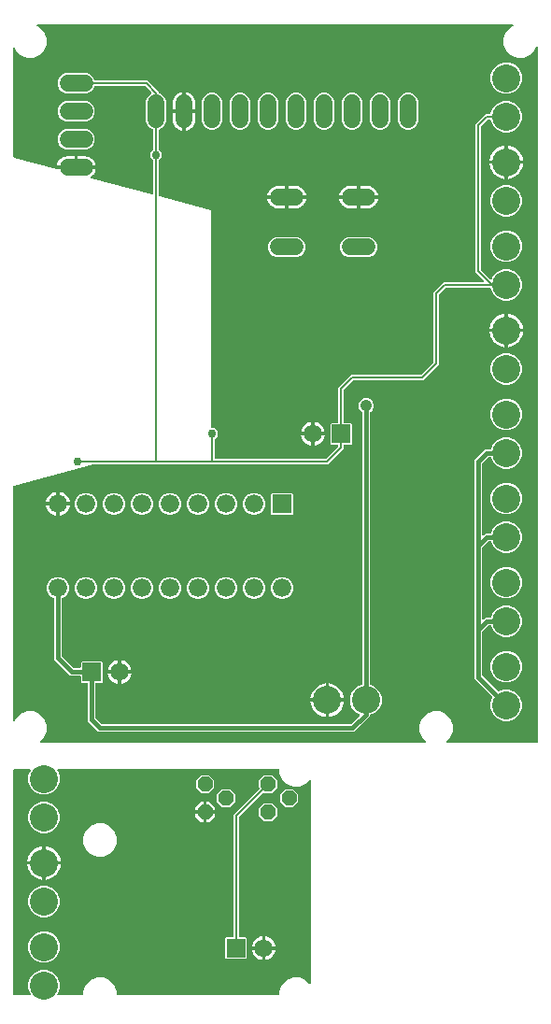
<source format=gbr>
G04 EAGLE Gerber RS-274X export*
G75*
%MOMM*%
%FSLAX34Y34*%
%LPD*%
%INBottom Copper*%
%IPPOS*%
%AMOC8*
5,1,8,0,0,1.08239X$1,22.5*%
G01*
%ADD10C,2.540000*%
%ADD11C,1.524000*%
%ADD12C,1.651000*%
%ADD13R,1.651000X1.651000*%
%ADD14R,1.676400X1.676400*%
%ADD15C,1.676400*%
%ADD16P,1.429621X8X292.500000*%
%ADD17C,0.756400*%
%ADD18C,0.406400*%
%ADD19C,1.056400*%
%ADD20C,0.203200*%

G36*
X333154Y62750D02*
X333154Y62750D01*
X333225Y62752D01*
X333274Y62770D01*
X333326Y62779D01*
X333389Y62812D01*
X333456Y62837D01*
X333497Y62869D01*
X333543Y62894D01*
X333592Y62946D01*
X333648Y62990D01*
X333677Y63034D01*
X333712Y63072D01*
X333743Y63137D01*
X333781Y63197D01*
X333794Y63248D01*
X333816Y63295D01*
X333824Y63366D01*
X333841Y63436D01*
X333837Y63488D01*
X333843Y63539D01*
X333828Y63610D01*
X333822Y63681D01*
X333802Y63729D01*
X333791Y63780D01*
X333754Y63841D01*
X333726Y63907D01*
X333681Y63963D01*
X333665Y63991D01*
X333647Y64006D01*
X333621Y64038D01*
X330047Y67612D01*
X327739Y73184D01*
X327739Y79216D01*
X330047Y84788D01*
X334312Y89053D01*
X339884Y91361D01*
X345916Y91361D01*
X351488Y89053D01*
X355753Y84788D01*
X358061Y79216D01*
X358061Y73184D01*
X355753Y67612D01*
X352179Y64038D01*
X352137Y63980D01*
X352088Y63928D01*
X352066Y63881D01*
X352035Y63839D01*
X352014Y63770D01*
X351984Y63705D01*
X351978Y63653D01*
X351963Y63603D01*
X351965Y63532D01*
X351957Y63461D01*
X351968Y63410D01*
X351969Y63358D01*
X351994Y63290D01*
X352009Y63220D01*
X352036Y63176D01*
X352054Y63127D01*
X352099Y63071D01*
X352135Y63009D01*
X352175Y62975D01*
X352207Y62935D01*
X352268Y62896D01*
X352322Y62849D01*
X352371Y62830D01*
X352414Y62802D01*
X352484Y62784D01*
X352550Y62757D01*
X352622Y62749D01*
X352653Y62741D01*
X352676Y62743D01*
X352717Y62739D01*
X434637Y62739D01*
X434657Y62742D01*
X434677Y62740D01*
X434778Y62762D01*
X434880Y62779D01*
X434898Y62788D01*
X434917Y62792D01*
X435006Y62845D01*
X435097Y62894D01*
X435111Y62908D01*
X435128Y62919D01*
X435195Y62997D01*
X435266Y63072D01*
X435275Y63090D01*
X435288Y63106D01*
X435326Y63201D01*
X435370Y63295D01*
X435372Y63315D01*
X435380Y63334D01*
X435398Y63501D01*
X434875Y693140D01*
X434859Y693236D01*
X434850Y693333D01*
X434839Y693357D01*
X434835Y693383D01*
X434789Y693469D01*
X434750Y693557D01*
X434732Y693577D01*
X434720Y693600D01*
X434649Y693667D01*
X434583Y693739D01*
X434560Y693751D01*
X434541Y693770D01*
X434453Y693810D01*
X434368Y693857D01*
X434342Y693862D01*
X434318Y693873D01*
X434222Y693884D01*
X434126Y693901D01*
X434100Y693897D01*
X434073Y693900D01*
X433979Y693879D01*
X433883Y693865D01*
X433859Y693853D01*
X433833Y693847D01*
X433750Y693798D01*
X433663Y693754D01*
X433645Y693735D01*
X433622Y693721D01*
X433559Y693647D01*
X433491Y693578D01*
X433475Y693549D01*
X433462Y693534D01*
X433450Y693504D01*
X433410Y693431D01*
X431953Y689912D01*
X427688Y685647D01*
X422116Y683339D01*
X416084Y683339D01*
X410512Y685647D01*
X406247Y689912D01*
X403939Y695484D01*
X403939Y701516D01*
X406247Y707088D01*
X410512Y711353D01*
X412497Y712175D01*
X412580Y712226D01*
X412666Y712272D01*
X412684Y712290D01*
X412706Y712304D01*
X412768Y712380D01*
X412835Y712450D01*
X412846Y712474D01*
X412863Y712494D01*
X412898Y712585D01*
X412939Y712673D01*
X412942Y712699D01*
X412951Y712723D01*
X412955Y712821D01*
X412966Y712917D01*
X412960Y712943D01*
X412961Y712969D01*
X412934Y713063D01*
X412913Y713158D01*
X412900Y713180D01*
X412893Y713205D01*
X412837Y713285D01*
X412787Y713369D01*
X412767Y713386D01*
X412753Y713407D01*
X412674Y713466D01*
X412600Y713529D01*
X412576Y713539D01*
X412555Y713554D01*
X412463Y713584D01*
X412372Y713621D01*
X412340Y713624D01*
X412321Y713630D01*
X412288Y713630D01*
X412206Y713639D01*
X-18506Y713639D01*
X-18602Y713624D01*
X-18699Y713614D01*
X-18722Y713604D01*
X-18748Y713600D01*
X-18834Y713554D01*
X-18923Y713514D01*
X-18943Y713497D01*
X-18966Y713484D01*
X-19033Y713414D01*
X-19104Y713348D01*
X-19117Y713325D01*
X-19135Y713306D01*
X-19176Y713218D01*
X-19223Y713132D01*
X-19228Y713107D01*
X-19239Y713083D01*
X-19249Y712986D01*
X-19267Y712890D01*
X-19263Y712864D01*
X-19266Y712839D01*
X-19245Y712743D01*
X-19231Y712647D01*
X-19219Y712624D01*
X-19213Y712598D01*
X-19164Y712515D01*
X-19119Y712428D01*
X-19101Y712409D01*
X-19087Y712387D01*
X-19013Y712324D01*
X-18944Y712256D01*
X-18915Y712240D01*
X-18900Y712227D01*
X-18870Y712215D01*
X-18797Y712175D01*
X-16812Y711353D01*
X-12547Y707088D01*
X-10239Y701516D01*
X-10239Y695484D01*
X-12547Y689912D01*
X-16812Y685647D01*
X-22384Y683339D01*
X-28416Y683339D01*
X-33988Y685647D01*
X-38253Y689912D01*
X-39175Y692138D01*
X-39226Y692221D01*
X-39272Y692307D01*
X-39290Y692325D01*
X-39304Y692347D01*
X-39380Y692410D01*
X-39450Y692476D01*
X-39474Y692487D01*
X-39494Y692504D01*
X-39585Y692539D01*
X-39673Y692580D01*
X-39699Y692583D01*
X-39723Y692592D01*
X-39821Y692596D01*
X-39917Y692607D01*
X-39943Y692602D01*
X-39969Y692603D01*
X-40063Y692576D01*
X-40158Y692555D01*
X-40180Y692541D01*
X-40205Y692534D01*
X-40285Y692479D01*
X-40369Y692429D01*
X-40386Y692409D01*
X-40407Y692394D01*
X-40466Y692316D01*
X-40529Y692242D01*
X-40539Y692218D01*
X-40554Y692197D01*
X-40584Y692104D01*
X-40621Y692014D01*
X-40624Y691981D01*
X-40630Y691963D01*
X-40630Y691930D01*
X-40639Y691847D01*
X-40639Y593987D01*
X-40632Y593944D01*
X-40634Y593900D01*
X-40612Y593823D01*
X-40600Y593745D01*
X-40579Y593706D01*
X-40567Y593663D01*
X-40522Y593598D01*
X-40484Y593527D01*
X-40452Y593497D01*
X-40427Y593460D01*
X-40364Y593413D01*
X-40306Y593358D01*
X-40266Y593339D01*
X-40230Y593313D01*
X-40097Y593261D01*
X-40083Y593254D01*
X-40079Y593254D01*
X-40074Y593252D01*
X-514Y582702D01*
X-499Y582701D01*
X-484Y582695D01*
X-318Y582677D01*
X15748Y582677D01*
X15768Y582680D01*
X15787Y582678D01*
X15889Y582700D01*
X15991Y582717D01*
X16008Y582726D01*
X16028Y582730D01*
X16117Y582783D01*
X16208Y582832D01*
X16222Y582846D01*
X16239Y582856D01*
X16306Y582935D01*
X16377Y583010D01*
X16386Y583028D01*
X16399Y583043D01*
X16437Y583139D01*
X16481Y583233D01*
X16483Y583253D01*
X16491Y583271D01*
X16509Y583438D01*
X16509Y584201D01*
X16511Y584201D01*
X16511Y583438D01*
X16514Y583418D01*
X16512Y583399D01*
X16534Y583297D01*
X16551Y583195D01*
X16560Y583178D01*
X16564Y583158D01*
X16617Y583069D01*
X16666Y582978D01*
X16680Y582964D01*
X16690Y582947D01*
X16769Y582880D01*
X16844Y582809D01*
X16862Y582800D01*
X16877Y582787D01*
X16973Y582748D01*
X17067Y582705D01*
X17087Y582703D01*
X17105Y582695D01*
X17272Y582677D01*
X34176Y582677D01*
X34041Y581821D01*
X33546Y580300D01*
X32820Y578875D01*
X31880Y577581D01*
X30749Y576450D01*
X29944Y575865D01*
X29921Y575842D01*
X29894Y575825D01*
X29835Y575755D01*
X29771Y575690D01*
X29757Y575661D01*
X29736Y575636D01*
X29703Y575551D01*
X29663Y575469D01*
X29659Y575437D01*
X29647Y575407D01*
X29643Y575316D01*
X29631Y575225D01*
X29637Y575193D01*
X29635Y575161D01*
X29660Y575073D01*
X29678Y574984D01*
X29694Y574956D01*
X29703Y574924D01*
X29755Y574849D01*
X29800Y574770D01*
X29824Y574749D01*
X29842Y574722D01*
X29915Y574667D01*
X29983Y574606D01*
X30013Y574594D01*
X30039Y574574D01*
X30195Y574513D01*
X85402Y559792D01*
X85519Y559780D01*
X85637Y559767D01*
X85642Y559768D01*
X85647Y559768D01*
X85762Y559794D01*
X85878Y559819D01*
X85882Y559822D01*
X85886Y559823D01*
X85987Y559885D01*
X86089Y559945D01*
X86092Y559949D01*
X86096Y559951D01*
X86172Y560042D01*
X86249Y560132D01*
X86251Y560137D01*
X86254Y560140D01*
X86296Y560250D01*
X86341Y560360D01*
X86341Y560366D01*
X86343Y560369D01*
X86343Y560384D01*
X86359Y560527D01*
X86359Y590351D01*
X86345Y590441D01*
X86337Y590532D01*
X86325Y590561D01*
X86320Y590593D01*
X86277Y590674D01*
X86241Y590758D01*
X86215Y590790D01*
X86204Y590811D01*
X86181Y590833D01*
X86136Y590889D01*
X83593Y593432D01*
X83593Y597828D01*
X86136Y600371D01*
X86189Y600445D01*
X86249Y600515D01*
X86261Y600545D01*
X86280Y600571D01*
X86307Y600658D01*
X86341Y600743D01*
X86345Y600784D01*
X86352Y600806D01*
X86351Y600838D01*
X86359Y600909D01*
X86359Y618026D01*
X86340Y618140D01*
X86323Y618257D01*
X86321Y618262D01*
X86320Y618268D01*
X86265Y618371D01*
X86212Y618476D01*
X86207Y618480D01*
X86204Y618486D01*
X86120Y618566D01*
X86036Y618648D01*
X86030Y618652D01*
X86026Y618655D01*
X86009Y618663D01*
X85889Y618729D01*
X83720Y619627D01*
X81147Y622200D01*
X79755Y625561D01*
X79755Y644439D01*
X81147Y647800D01*
X83720Y650373D01*
X84594Y650734D01*
X84633Y650759D01*
X84676Y650774D01*
X84737Y650823D01*
X84803Y650864D01*
X84832Y650899D01*
X84868Y650928D01*
X84910Y650994D01*
X84960Y651054D01*
X84976Y651096D01*
X85001Y651135D01*
X85020Y651211D01*
X85048Y651283D01*
X85050Y651329D01*
X85061Y651374D01*
X85055Y651451D01*
X85058Y651529D01*
X85045Y651573D01*
X85042Y651619D01*
X85012Y651690D01*
X84990Y651765D01*
X84964Y651803D01*
X84946Y651845D01*
X84860Y651952D01*
X84850Y651967D01*
X84845Y651970D01*
X84841Y651976D01*
X79181Y657636D01*
X79107Y657689D01*
X79037Y657749D01*
X79007Y657761D01*
X78981Y657780D01*
X78894Y657807D01*
X78809Y657841D01*
X78768Y657845D01*
X78746Y657852D01*
X78714Y657851D01*
X78642Y657859D01*
X33484Y657859D01*
X33370Y657840D01*
X33253Y657823D01*
X33248Y657821D01*
X33242Y657820D01*
X33139Y657765D01*
X33034Y657712D01*
X33030Y657707D01*
X33024Y657704D01*
X32944Y657620D01*
X32862Y657536D01*
X32858Y657530D01*
X32855Y657526D01*
X32847Y657509D01*
X32781Y657389D01*
X31883Y655220D01*
X29310Y652647D01*
X25949Y651255D01*
X7071Y651255D01*
X3710Y652647D01*
X1137Y655220D01*
X-255Y658581D01*
X-255Y662219D01*
X1137Y665580D01*
X3710Y668153D01*
X7071Y669545D01*
X25949Y669545D01*
X29310Y668153D01*
X31883Y665580D01*
X32781Y663411D01*
X32843Y663311D01*
X32903Y663211D01*
X32907Y663207D01*
X32911Y663202D01*
X33001Y663127D01*
X33090Y663051D01*
X33095Y663049D01*
X33100Y663045D01*
X33209Y663003D01*
X33318Y662959D01*
X33325Y662958D01*
X33330Y662957D01*
X33348Y662956D01*
X33484Y662941D01*
X81062Y662941D01*
X91441Y652562D01*
X91441Y651974D01*
X91460Y651860D01*
X91477Y651743D01*
X91479Y651738D01*
X91480Y651732D01*
X91535Y651629D01*
X91588Y651524D01*
X91593Y651520D01*
X91596Y651514D01*
X91680Y651434D01*
X91764Y651352D01*
X91770Y651348D01*
X91774Y651345D01*
X91791Y651337D01*
X91911Y651271D01*
X94080Y650373D01*
X96653Y647800D01*
X98045Y644439D01*
X98045Y625561D01*
X96653Y622200D01*
X94080Y619627D01*
X91911Y618729D01*
X91811Y618667D01*
X91711Y618607D01*
X91707Y618603D01*
X91702Y618599D01*
X91627Y618509D01*
X91551Y618420D01*
X91549Y618415D01*
X91545Y618410D01*
X91503Y618301D01*
X91459Y618192D01*
X91458Y618185D01*
X91457Y618180D01*
X91456Y618162D01*
X91441Y618026D01*
X91441Y600909D01*
X91442Y600903D01*
X91455Y600819D01*
X91463Y600728D01*
X91475Y600699D01*
X91480Y600667D01*
X91523Y600586D01*
X91559Y600502D01*
X91585Y600470D01*
X91596Y600449D01*
X91619Y600427D01*
X91664Y600371D01*
X94207Y597828D01*
X94207Y593432D01*
X91664Y590889D01*
X91611Y590815D01*
X91551Y590745D01*
X91539Y590715D01*
X91520Y590689D01*
X91493Y590602D01*
X91459Y590517D01*
X91455Y590476D01*
X91448Y590454D01*
X91449Y590422D01*
X91441Y590351D01*
X91441Y558766D01*
X91448Y558722D01*
X91446Y558678D01*
X91468Y558602D01*
X91480Y558523D01*
X91501Y558484D01*
X91513Y558442D01*
X91558Y558376D01*
X91596Y558306D01*
X91628Y558276D01*
X91653Y558239D01*
X91716Y558191D01*
X91774Y558137D01*
X91814Y558118D01*
X91850Y558091D01*
X91983Y558039D01*
X91997Y558033D01*
X92001Y558033D01*
X92006Y558031D01*
X138939Y545515D01*
X138939Y348968D01*
X138942Y348949D01*
X138940Y348929D01*
X138962Y348827D01*
X138979Y348725D01*
X138988Y348708D01*
X138992Y348688D01*
X139045Y348599D01*
X139094Y348508D01*
X139108Y348494D01*
X139118Y348477D01*
X139197Y348410D01*
X139272Y348338D01*
X139290Y348330D01*
X139305Y348317D01*
X139401Y348278D01*
X139495Y348235D01*
X139515Y348233D01*
X139533Y348225D01*
X139700Y348207D01*
X141898Y348207D01*
X145007Y345098D01*
X145007Y340702D01*
X142464Y338159D01*
X142411Y338085D01*
X142351Y338015D01*
X142339Y337985D01*
X142320Y337959D01*
X142293Y337872D01*
X142259Y337787D01*
X142255Y337746D01*
X142248Y337724D01*
X142249Y337692D01*
X142241Y337621D01*
X142241Y320802D01*
X142244Y320783D01*
X142242Y320763D01*
X142264Y320661D01*
X142280Y320559D01*
X142290Y320542D01*
X142294Y320522D01*
X142347Y320433D01*
X142396Y320342D01*
X142410Y320328D01*
X142420Y320311D01*
X142499Y320244D01*
X142574Y320172D01*
X142592Y320164D01*
X142607Y320151D01*
X142703Y320112D01*
X142797Y320069D01*
X142817Y320067D01*
X142835Y320059D01*
X143002Y320041D01*
X242472Y320041D01*
X242562Y320055D01*
X242653Y320063D01*
X242683Y320075D01*
X242715Y320080D01*
X242796Y320123D01*
X242880Y320159D01*
X242912Y320185D01*
X242932Y320196D01*
X242933Y320196D01*
X242955Y320219D01*
X243011Y320264D01*
X253776Y331029D01*
X253829Y331103D01*
X253889Y331173D01*
X253901Y331203D01*
X253920Y331229D01*
X253947Y331316D01*
X253981Y331401D01*
X253985Y331442D01*
X253992Y331464D01*
X253991Y331496D01*
X253999Y331568D01*
X253999Y332359D01*
X253996Y332379D01*
X253998Y332398D01*
X253976Y332500D01*
X253960Y332602D01*
X253950Y332619D01*
X253946Y332639D01*
X253893Y332728D01*
X253844Y332819D01*
X253830Y332833D01*
X253820Y332850D01*
X253741Y332917D01*
X253666Y332989D01*
X253648Y332997D01*
X253633Y333010D01*
X253537Y333049D01*
X253443Y333092D01*
X253423Y333094D01*
X253405Y333102D01*
X253238Y333120D01*
X247653Y333120D01*
X246760Y334013D01*
X246760Y351787D01*
X247653Y352680D01*
X253238Y352680D01*
X253258Y352683D01*
X253277Y352681D01*
X253379Y352703D01*
X253481Y352719D01*
X253498Y352729D01*
X253518Y352733D01*
X253607Y352786D01*
X253698Y352835D01*
X253712Y352849D01*
X253729Y352859D01*
X253796Y352938D01*
X253868Y353013D01*
X253876Y353031D01*
X253889Y353046D01*
X253928Y353142D01*
X253971Y353236D01*
X253973Y353256D01*
X253981Y353274D01*
X253999Y353441D01*
X253999Y384592D01*
X255710Y386304D01*
X255711Y386304D01*
X265648Y396241D01*
X328832Y396241D01*
X328922Y396255D01*
X329013Y396263D01*
X329043Y396275D01*
X329075Y396280D01*
X329156Y396323D01*
X329240Y396359D01*
X329272Y396385D01*
X329292Y396396D01*
X329315Y396419D01*
X329371Y396464D01*
X340136Y407229D01*
X340189Y407303D01*
X340249Y407373D01*
X340261Y407403D01*
X340280Y407429D01*
X340307Y407516D01*
X340341Y407601D01*
X340345Y407642D01*
X340352Y407664D01*
X340351Y407696D01*
X340359Y407768D01*
X340359Y470952D01*
X349748Y480341D01*
X385728Y480341D01*
X385799Y480352D01*
X385871Y480354D01*
X385920Y480372D01*
X385971Y480380D01*
X386034Y480414D01*
X386102Y480439D01*
X386142Y480471D01*
X386188Y480496D01*
X386238Y480548D01*
X386294Y480592D01*
X386322Y480636D01*
X386358Y480674D01*
X386388Y480739D01*
X386427Y480799D01*
X386440Y480850D01*
X386461Y480897D01*
X386469Y480968D01*
X386487Y481038D01*
X386483Y481090D01*
X386489Y481141D01*
X386473Y481212D01*
X386468Y481283D01*
X386447Y481331D01*
X386436Y481382D01*
X386399Y481443D01*
X386371Y481509D01*
X386327Y481565D01*
X386310Y481593D01*
X386292Y481608D01*
X386267Y481640D01*
X380171Y487736D01*
X378459Y489448D01*
X378459Y623352D01*
X387848Y632741D01*
X391547Y632741D01*
X391662Y632760D01*
X391778Y632777D01*
X391784Y632779D01*
X391790Y632780D01*
X391892Y632835D01*
X391997Y632888D01*
X392002Y632893D01*
X392007Y632896D01*
X392087Y632980D01*
X392169Y633064D01*
X392173Y633070D01*
X392177Y633074D01*
X392184Y633091D01*
X392250Y633211D01*
X394341Y638258D01*
X398342Y642259D01*
X403571Y644425D01*
X409229Y644425D01*
X414458Y642259D01*
X418459Y638258D01*
X420625Y633029D01*
X420625Y627371D01*
X418459Y622142D01*
X414458Y618141D01*
X409229Y615975D01*
X403571Y615975D01*
X398342Y618141D01*
X394341Y622142D01*
X392250Y627189D01*
X392189Y627289D01*
X392129Y627389D01*
X392124Y627393D01*
X392121Y627398D01*
X392031Y627473D01*
X391942Y627549D01*
X391936Y627551D01*
X391931Y627555D01*
X391823Y627597D01*
X391714Y627641D01*
X391706Y627642D01*
X391702Y627643D01*
X391683Y627644D01*
X391547Y627659D01*
X390268Y627659D01*
X390178Y627645D01*
X390087Y627637D01*
X390057Y627625D01*
X390025Y627620D01*
X389944Y627577D01*
X389860Y627541D01*
X389828Y627515D01*
X389808Y627504D01*
X389785Y627481D01*
X389729Y627436D01*
X383764Y621471D01*
X383711Y621397D01*
X383651Y621327D01*
X383639Y621297D01*
X383620Y621271D01*
X383593Y621184D01*
X383559Y621099D01*
X383555Y621058D01*
X383548Y621036D01*
X383549Y621004D01*
X383541Y620932D01*
X383541Y491868D01*
X383555Y491778D01*
X383563Y491687D01*
X383575Y491657D01*
X383580Y491625D01*
X383623Y491544D01*
X383659Y491460D01*
X383685Y491428D01*
X383696Y491408D01*
X383719Y491385D01*
X383764Y491329D01*
X392040Y483053D01*
X392077Y483026D01*
X392108Y482993D01*
X392176Y482955D01*
X392240Y482910D01*
X392283Y482896D01*
X392324Y482874D01*
X392400Y482860D01*
X392475Y482837D01*
X392521Y482838D01*
X392566Y482830D01*
X392643Y482842D01*
X392721Y482844D01*
X392764Y482859D01*
X392809Y482866D01*
X392878Y482901D01*
X392952Y482928D01*
X392987Y482957D01*
X393028Y482978D01*
X393083Y483033D01*
X393144Y483082D01*
X393168Y483120D01*
X393201Y483153D01*
X393267Y483273D01*
X393277Y483289D01*
X393278Y483294D01*
X393282Y483300D01*
X394341Y485858D01*
X398342Y489859D01*
X403571Y492025D01*
X409229Y492025D01*
X414458Y489859D01*
X418459Y485858D01*
X420625Y480629D01*
X420625Y474971D01*
X418459Y469742D01*
X414458Y465741D01*
X409229Y463575D01*
X403571Y463575D01*
X398342Y465741D01*
X394341Y469742D01*
X392250Y474789D01*
X392189Y474889D01*
X392129Y474989D01*
X392124Y474993D01*
X392121Y474998D01*
X392031Y475073D01*
X391942Y475149D01*
X391936Y475151D01*
X391931Y475155D01*
X391823Y475197D01*
X391714Y475241D01*
X391706Y475242D01*
X391702Y475243D01*
X391683Y475244D01*
X391547Y475259D01*
X352168Y475259D01*
X352078Y475245D01*
X351987Y475237D01*
X351957Y475225D01*
X351925Y475220D01*
X351844Y475177D01*
X351760Y475141D01*
X351728Y475115D01*
X351708Y475104D01*
X351685Y475081D01*
X351629Y475036D01*
X345664Y469071D01*
X345611Y468997D01*
X345551Y468927D01*
X345539Y468897D01*
X345520Y468871D01*
X345493Y468784D01*
X345459Y468699D01*
X345455Y468658D01*
X345448Y468636D01*
X345449Y468604D01*
X345441Y468532D01*
X345441Y405348D01*
X331252Y391159D01*
X268068Y391159D01*
X267978Y391145D01*
X267887Y391137D01*
X267857Y391125D01*
X267825Y391120D01*
X267744Y391077D01*
X267660Y391041D01*
X267628Y391015D01*
X267608Y391004D01*
X267585Y390981D01*
X267529Y390936D01*
X259304Y382711D01*
X259251Y382637D01*
X259191Y382567D01*
X259179Y382537D01*
X259160Y382511D01*
X259133Y382424D01*
X259099Y382339D01*
X259095Y382298D01*
X259088Y382276D01*
X259089Y382244D01*
X259081Y382172D01*
X259081Y353441D01*
X259084Y353421D01*
X259082Y353402D01*
X259104Y353300D01*
X259120Y353198D01*
X259130Y353181D01*
X259134Y353161D01*
X259187Y353072D01*
X259236Y352981D01*
X259250Y352967D01*
X259260Y352950D01*
X259339Y352883D01*
X259414Y352811D01*
X259432Y352803D01*
X259447Y352790D01*
X259543Y352751D01*
X259637Y352708D01*
X259657Y352706D01*
X259675Y352698D01*
X259842Y352680D01*
X265427Y352680D01*
X266320Y351787D01*
X266320Y334013D01*
X265427Y333120D01*
X259842Y333120D01*
X259822Y333117D01*
X259803Y333119D01*
X259701Y333097D01*
X259599Y333081D01*
X259582Y333071D01*
X259562Y333067D01*
X259473Y333014D01*
X259382Y332965D01*
X259368Y332951D01*
X259351Y332941D01*
X259284Y332862D01*
X259212Y332787D01*
X259204Y332769D01*
X259191Y332754D01*
X259152Y332658D01*
X259109Y332564D01*
X259107Y332544D01*
X259099Y332526D01*
X259081Y332359D01*
X259081Y329148D01*
X244892Y314959D01*
X32068Y314959D01*
X32053Y314957D01*
X32037Y314959D01*
X31871Y314934D01*
X-40074Y295748D01*
X-40114Y295730D01*
X-40158Y295720D01*
X-40226Y295680D01*
X-40298Y295647D01*
X-40331Y295617D01*
X-40369Y295594D01*
X-40421Y295534D01*
X-40479Y295480D01*
X-40500Y295441D01*
X-40529Y295407D01*
X-40559Y295334D01*
X-40597Y295264D01*
X-40604Y295220D01*
X-40621Y295179D01*
X-40637Y295036D01*
X-40639Y295022D01*
X-40639Y295018D01*
X-40639Y295013D01*
X-40639Y82853D01*
X-40624Y82757D01*
X-40614Y82660D01*
X-40604Y82636D01*
X-40600Y82610D01*
X-40554Y82524D01*
X-40514Y82435D01*
X-40497Y82416D01*
X-40484Y82393D01*
X-40414Y82326D01*
X-40348Y82254D01*
X-40325Y82242D01*
X-40306Y82224D01*
X-40218Y82183D01*
X-40132Y82136D01*
X-40107Y82131D01*
X-40083Y82120D01*
X-39986Y82109D01*
X-39890Y82092D01*
X-39864Y82096D01*
X-39839Y82093D01*
X-39743Y82113D01*
X-39647Y82128D01*
X-39624Y82140D01*
X-39598Y82145D01*
X-39515Y82195D01*
X-39428Y82239D01*
X-39409Y82258D01*
X-39387Y82271D01*
X-39324Y82345D01*
X-39256Y82415D01*
X-39240Y82443D01*
X-39227Y82458D01*
X-39215Y82489D01*
X-39175Y82562D01*
X-38253Y84788D01*
X-33988Y89053D01*
X-28416Y91361D01*
X-22384Y91361D01*
X-16812Y89053D01*
X-12547Y84788D01*
X-10239Y79216D01*
X-10239Y73184D01*
X-12547Y67612D01*
X-16121Y64038D01*
X-16163Y63980D01*
X-16212Y63928D01*
X-16234Y63881D01*
X-16265Y63839D01*
X-16286Y63770D01*
X-16316Y63705D01*
X-16322Y63653D01*
X-16337Y63603D01*
X-16335Y63532D01*
X-16343Y63461D01*
X-16332Y63410D01*
X-16331Y63358D01*
X-16306Y63290D01*
X-16291Y63220D01*
X-16264Y63176D01*
X-16246Y63127D01*
X-16201Y63071D01*
X-16165Y63009D01*
X-16125Y62975D01*
X-16093Y62935D01*
X-16032Y62896D01*
X-15978Y62849D01*
X-15929Y62830D01*
X-15886Y62802D01*
X-15816Y62784D01*
X-15750Y62757D01*
X-15678Y62749D01*
X-15647Y62741D01*
X-15624Y62743D01*
X-15583Y62739D01*
X333083Y62739D01*
X333154Y62750D01*
G37*
G36*
X-25603Y-165854D02*
X-25603Y-165854D01*
X-25557Y-165856D01*
X-25482Y-165834D01*
X-25406Y-165822D01*
X-25365Y-165800D01*
X-25321Y-165787D01*
X-25257Y-165743D01*
X-25188Y-165706D01*
X-25157Y-165673D01*
X-25119Y-165647D01*
X-25072Y-165584D01*
X-25019Y-165528D01*
X-25000Y-165486D01*
X-24972Y-165450D01*
X-24948Y-165376D01*
X-24915Y-165305D01*
X-24910Y-165259D01*
X-24896Y-165216D01*
X-24897Y-165138D01*
X-24888Y-165061D01*
X-24898Y-165016D01*
X-24898Y-164970D01*
X-24936Y-164838D01*
X-24940Y-164820D01*
X-24943Y-164816D01*
X-24945Y-164809D01*
X-26925Y-160029D01*
X-26925Y-154371D01*
X-24759Y-149142D01*
X-20758Y-145141D01*
X-15529Y-142975D01*
X-9871Y-142975D01*
X-4642Y-145141D01*
X-641Y-149142D01*
X1525Y-154371D01*
X1525Y-160029D01*
X-455Y-164809D01*
X-465Y-164853D01*
X-485Y-164895D01*
X-493Y-164972D01*
X-511Y-165048D01*
X-507Y-165094D01*
X-512Y-165139D01*
X-495Y-165216D01*
X-488Y-165293D01*
X-469Y-165335D01*
X-460Y-165380D01*
X-420Y-165447D01*
X-388Y-165518D01*
X-357Y-165552D01*
X-333Y-165591D01*
X-274Y-165642D01*
X-222Y-165699D01*
X-181Y-165721D01*
X-146Y-165751D01*
X-74Y-165780D01*
X-6Y-165817D01*
X39Y-165826D01*
X82Y-165843D01*
X218Y-165858D01*
X236Y-165861D01*
X241Y-165860D01*
X248Y-165861D01*
X22178Y-165861D01*
X22198Y-165858D01*
X22217Y-165860D01*
X22319Y-165838D01*
X22421Y-165822D01*
X22438Y-165812D01*
X22458Y-165808D01*
X22547Y-165755D01*
X22638Y-165706D01*
X22652Y-165692D01*
X22669Y-165682D01*
X22736Y-165603D01*
X22808Y-165528D01*
X22816Y-165510D01*
X22829Y-165495D01*
X22868Y-165399D01*
X22911Y-165305D01*
X22913Y-165285D01*
X22921Y-165267D01*
X22939Y-165100D01*
X22939Y-162084D01*
X25247Y-156512D01*
X29512Y-152247D01*
X35084Y-149939D01*
X41116Y-149939D01*
X46688Y-152247D01*
X50953Y-156512D01*
X53261Y-162084D01*
X53261Y-165100D01*
X53264Y-165120D01*
X53262Y-165139D01*
X53284Y-165241D01*
X53300Y-165343D01*
X53310Y-165360D01*
X53314Y-165380D01*
X53367Y-165469D01*
X53416Y-165560D01*
X53430Y-165574D01*
X53440Y-165591D01*
X53519Y-165658D01*
X53594Y-165730D01*
X53612Y-165738D01*
X53627Y-165751D01*
X53723Y-165790D01*
X53817Y-165833D01*
X53837Y-165835D01*
X53855Y-165843D01*
X54022Y-165861D01*
X199978Y-165861D01*
X199998Y-165858D01*
X200017Y-165860D01*
X200119Y-165838D01*
X200221Y-165822D01*
X200238Y-165812D01*
X200258Y-165808D01*
X200347Y-165755D01*
X200438Y-165706D01*
X200452Y-165692D01*
X200469Y-165682D01*
X200536Y-165603D01*
X200608Y-165528D01*
X200616Y-165510D01*
X200629Y-165495D01*
X200668Y-165399D01*
X200711Y-165305D01*
X200713Y-165285D01*
X200721Y-165267D01*
X200739Y-165100D01*
X200739Y-162084D01*
X203047Y-156512D01*
X207312Y-152247D01*
X212884Y-149939D01*
X218916Y-149939D01*
X224488Y-152247D01*
X228062Y-155821D01*
X228120Y-155863D01*
X228172Y-155912D01*
X228219Y-155934D01*
X228261Y-155965D01*
X228330Y-155986D01*
X228395Y-156016D01*
X228447Y-156022D01*
X228497Y-156037D01*
X228568Y-156035D01*
X228639Y-156043D01*
X228690Y-156032D01*
X228742Y-156031D01*
X228810Y-156006D01*
X228880Y-155991D01*
X228924Y-155964D01*
X228973Y-155946D01*
X229029Y-155901D01*
X229091Y-155865D01*
X229125Y-155825D01*
X229165Y-155793D01*
X229204Y-155732D01*
X229251Y-155678D01*
X229270Y-155629D01*
X229298Y-155586D01*
X229316Y-155516D01*
X229343Y-155450D01*
X229351Y-155378D01*
X229359Y-155347D01*
X229357Y-155324D01*
X229361Y-155283D01*
X229361Y28283D01*
X229360Y28292D01*
X229360Y28297D01*
X229355Y28321D01*
X229350Y28354D01*
X229348Y28425D01*
X229330Y28474D01*
X229322Y28526D01*
X229288Y28589D01*
X229263Y28656D01*
X229231Y28697D01*
X229206Y28743D01*
X229155Y28792D01*
X229110Y28848D01*
X229066Y28877D01*
X229028Y28912D01*
X228963Y28943D01*
X228903Y28981D01*
X228852Y28994D01*
X228805Y29016D01*
X228734Y29024D01*
X228664Y29041D01*
X228612Y29037D01*
X228561Y29043D01*
X228490Y29028D01*
X228419Y29022D01*
X228371Y29002D01*
X228320Y28991D01*
X228259Y28954D01*
X228193Y28926D01*
X228137Y28881D01*
X228109Y28865D01*
X228094Y28847D01*
X228062Y28821D01*
X224488Y25247D01*
X218916Y22939D01*
X212884Y22939D01*
X207312Y25247D01*
X203047Y29512D01*
X200739Y35084D01*
X200739Y38100D01*
X200736Y38120D01*
X200738Y38139D01*
X200716Y38241D01*
X200700Y38343D01*
X200690Y38360D01*
X200686Y38380D01*
X200633Y38469D01*
X200584Y38560D01*
X200570Y38574D01*
X200560Y38591D01*
X200481Y38658D01*
X200406Y38730D01*
X200388Y38738D01*
X200373Y38751D01*
X200277Y38790D01*
X200183Y38833D01*
X200163Y38835D01*
X200145Y38843D01*
X199978Y38861D01*
X248Y38861D01*
X203Y38854D01*
X157Y38856D01*
X82Y38834D01*
X6Y38821D01*
X-35Y38800D01*
X-79Y38787D01*
X-143Y38743D01*
X-212Y38706D01*
X-243Y38673D01*
X-281Y38647D01*
X-328Y38584D01*
X-381Y38528D01*
X-400Y38486D01*
X-428Y38450D01*
X-452Y38376D01*
X-485Y38305D01*
X-490Y38259D01*
X-504Y38216D01*
X-503Y38138D01*
X-512Y38061D01*
X-502Y38016D01*
X-502Y37970D01*
X-464Y37838D01*
X-460Y37820D01*
X-457Y37816D01*
X-455Y37809D01*
X1525Y33029D01*
X1525Y27371D01*
X-641Y22142D01*
X-4642Y18141D01*
X-9871Y15975D01*
X-15529Y15975D01*
X-20758Y18141D01*
X-24759Y22142D01*
X-26925Y27371D01*
X-26925Y33029D01*
X-24945Y37809D01*
X-24935Y37853D01*
X-24915Y37895D01*
X-24907Y37972D01*
X-24889Y38048D01*
X-24893Y38094D01*
X-24888Y38139D01*
X-24905Y38216D01*
X-24912Y38293D01*
X-24931Y38335D01*
X-24940Y38380D01*
X-24980Y38447D01*
X-25012Y38518D01*
X-25043Y38552D01*
X-25067Y38591D01*
X-25126Y38641D01*
X-25178Y38699D01*
X-25219Y38721D01*
X-25254Y38751D01*
X-25326Y38780D01*
X-25394Y38817D01*
X-25439Y38826D01*
X-25482Y38843D01*
X-25618Y38858D01*
X-25636Y38861D01*
X-25641Y38860D01*
X-25648Y38861D01*
X-39878Y38861D01*
X-39898Y38858D01*
X-39917Y38860D01*
X-40019Y38838D01*
X-40121Y38821D01*
X-40138Y38812D01*
X-40158Y38808D01*
X-40247Y38755D01*
X-40338Y38706D01*
X-40352Y38692D01*
X-40369Y38682D01*
X-40436Y38603D01*
X-40508Y38528D01*
X-40516Y38510D01*
X-40529Y38495D01*
X-40568Y38399D01*
X-40611Y38305D01*
X-40613Y38285D01*
X-40621Y38267D01*
X-40639Y38100D01*
X-40639Y-165100D01*
X-40636Y-165120D01*
X-40638Y-165139D01*
X-40616Y-165241D01*
X-40600Y-165343D01*
X-40590Y-165360D01*
X-40586Y-165380D01*
X-40533Y-165469D01*
X-40484Y-165560D01*
X-40470Y-165574D01*
X-40460Y-165591D01*
X-40381Y-165658D01*
X-40306Y-165730D01*
X-40288Y-165738D01*
X-40273Y-165751D01*
X-40177Y-165790D01*
X-40083Y-165833D01*
X-40063Y-165835D01*
X-40045Y-165843D01*
X-39878Y-165861D01*
X-25648Y-165861D01*
X-25603Y-165854D01*
G37*
%LPC*%
G36*
X36627Y72643D02*
X36627Y72643D01*
X26923Y82347D01*
X26923Y116459D01*
X26920Y116479D01*
X26922Y116498D01*
X26900Y116600D01*
X26884Y116702D01*
X26874Y116719D01*
X26870Y116739D01*
X26817Y116828D01*
X26768Y116919D01*
X26754Y116933D01*
X26744Y116950D01*
X26665Y117017D01*
X26590Y117089D01*
X26572Y117097D01*
X26557Y117110D01*
X26461Y117149D01*
X26367Y117192D01*
X26347Y117194D01*
X26329Y117202D01*
X26162Y117220D01*
X21593Y117220D01*
X20700Y118113D01*
X20700Y122682D01*
X20697Y122702D01*
X20699Y122721D01*
X20677Y122823D01*
X20661Y122925D01*
X20651Y122942D01*
X20647Y122962D01*
X20594Y123051D01*
X20545Y123142D01*
X20531Y123156D01*
X20521Y123173D01*
X20442Y123240D01*
X20367Y123312D01*
X20349Y123320D01*
X20334Y123333D01*
X20238Y123372D01*
X20144Y123415D01*
X20124Y123417D01*
X20106Y123425D01*
X19939Y123443D01*
X11227Y123443D01*
X8920Y125750D01*
X-3557Y138227D01*
X-3557Y193442D01*
X-3576Y193556D01*
X-3593Y193673D01*
X-3595Y193678D01*
X-3596Y193684D01*
X-3651Y193787D01*
X-3704Y193892D01*
X-3709Y193896D01*
X-3712Y193902D01*
X-3796Y193982D01*
X-3880Y194064D01*
X-3886Y194068D01*
X-3890Y194071D01*
X-3907Y194079D01*
X-4027Y194145D01*
X-5612Y194801D01*
X-8399Y197588D01*
X-9907Y201229D01*
X-9907Y205171D01*
X-8399Y208812D01*
X-5612Y211599D01*
X-1971Y213107D01*
X1971Y213107D01*
X5612Y211599D01*
X8399Y208812D01*
X9907Y205171D01*
X9907Y201229D01*
X8399Y197588D01*
X5612Y194801D01*
X4027Y194145D01*
X3927Y194083D01*
X3827Y194023D01*
X3823Y194019D01*
X3818Y194015D01*
X3743Y193925D01*
X3667Y193837D01*
X3665Y193831D01*
X3661Y193826D01*
X3619Y193717D01*
X3575Y193608D01*
X3574Y193601D01*
X3573Y193596D01*
X3572Y193578D01*
X3557Y193442D01*
X3557Y141489D01*
X3571Y141398D01*
X3579Y141308D01*
X3591Y141278D01*
X3596Y141246D01*
X3639Y141165D01*
X3675Y141081D01*
X3701Y141049D01*
X3712Y141028D01*
X3735Y141006D01*
X3780Y140950D01*
X13950Y130780D01*
X14024Y130727D01*
X14094Y130667D01*
X14124Y130655D01*
X14150Y130636D01*
X14237Y130609D01*
X14322Y130575D01*
X14363Y130571D01*
X14385Y130564D01*
X14417Y130565D01*
X14489Y130557D01*
X19939Y130557D01*
X19959Y130560D01*
X19978Y130558D01*
X20080Y130580D01*
X20182Y130596D01*
X20199Y130606D01*
X20219Y130610D01*
X20308Y130663D01*
X20399Y130712D01*
X20413Y130726D01*
X20430Y130736D01*
X20497Y130815D01*
X20569Y130890D01*
X20577Y130908D01*
X20590Y130923D01*
X20629Y131019D01*
X20672Y131113D01*
X20674Y131133D01*
X20682Y131151D01*
X20700Y131318D01*
X20700Y135887D01*
X21593Y136780D01*
X39367Y136780D01*
X40260Y135887D01*
X40260Y118113D01*
X39367Y117220D01*
X34798Y117220D01*
X34778Y117217D01*
X34759Y117219D01*
X34657Y117197D01*
X34555Y117181D01*
X34538Y117171D01*
X34518Y117167D01*
X34429Y117114D01*
X34338Y117065D01*
X34324Y117051D01*
X34307Y117041D01*
X34240Y116962D01*
X34168Y116887D01*
X34160Y116869D01*
X34147Y116854D01*
X34108Y116758D01*
X34065Y116664D01*
X34063Y116644D01*
X34055Y116626D01*
X34037Y116459D01*
X34037Y85609D01*
X34051Y85518D01*
X34059Y85428D01*
X34071Y85398D01*
X34076Y85366D01*
X34119Y85285D01*
X34155Y85201D01*
X34181Y85169D01*
X34192Y85148D01*
X34215Y85126D01*
X34260Y85070D01*
X39350Y79980D01*
X39424Y79927D01*
X39494Y79867D01*
X39524Y79855D01*
X39550Y79836D01*
X39637Y79809D01*
X39722Y79775D01*
X39763Y79771D01*
X39785Y79764D01*
X39817Y79765D01*
X39889Y79757D01*
X264911Y79757D01*
X265002Y79771D01*
X265092Y79779D01*
X265122Y79791D01*
X265154Y79796D01*
X265235Y79839D01*
X265319Y79875D01*
X265351Y79901D01*
X265372Y79912D01*
X265394Y79935D01*
X265450Y79980D01*
X273049Y87579D01*
X273076Y87616D01*
X273109Y87647D01*
X273147Y87715D01*
X273192Y87779D01*
X273206Y87822D01*
X273228Y87863D01*
X273242Y87939D01*
X273265Y88014D01*
X273264Y88059D01*
X273272Y88105D01*
X273260Y88182D01*
X273258Y88259D01*
X273243Y88303D01*
X273236Y88348D01*
X273201Y88417D01*
X273174Y88490D01*
X273145Y88526D01*
X273124Y88567D01*
X273069Y88622D01*
X273020Y88683D01*
X272982Y88707D01*
X272949Y88739D01*
X272829Y88805D01*
X272813Y88816D01*
X272808Y88817D01*
X272802Y88820D01*
X271062Y89541D01*
X267061Y93542D01*
X264895Y98771D01*
X264895Y104429D01*
X267061Y109658D01*
X271062Y113659D01*
X275373Y115445D01*
X275473Y115506D01*
X275573Y115566D01*
X275577Y115571D01*
X275582Y115574D01*
X275657Y115664D01*
X275733Y115753D01*
X275735Y115759D01*
X275739Y115764D01*
X275781Y115872D01*
X275825Y115981D01*
X275826Y115989D01*
X275827Y115994D01*
X275828Y116012D01*
X275843Y116148D01*
X275843Y361915D01*
X275840Y361933D01*
X275842Y361949D01*
X275828Y362017D01*
X275821Y362096D01*
X275809Y362126D01*
X275804Y362158D01*
X275792Y362179D01*
X275790Y362190D01*
X275761Y362238D01*
X275761Y362239D01*
X275725Y362323D01*
X275699Y362355D01*
X275688Y362375D01*
X275667Y362396D01*
X275664Y362401D01*
X275659Y362405D01*
X275620Y362454D01*
X273630Y364444D01*
X272593Y366946D01*
X272593Y369654D01*
X273630Y372156D01*
X275544Y374070D01*
X278046Y375107D01*
X280754Y375107D01*
X283256Y374070D01*
X285170Y372156D01*
X286207Y369654D01*
X286207Y366946D01*
X285170Y364444D01*
X283180Y362454D01*
X283127Y362380D01*
X283115Y362366D01*
X283088Y362338D01*
X283085Y362331D01*
X283067Y362310D01*
X283055Y362280D01*
X283036Y362254D01*
X283010Y362170D01*
X282985Y362115D01*
X282983Y362102D01*
X282975Y362082D01*
X282971Y362041D01*
X282964Y362019D01*
X282965Y361987D01*
X282957Y361915D01*
X282957Y115916D01*
X282976Y115801D01*
X282993Y115685D01*
X282995Y115680D01*
X282996Y115673D01*
X283051Y115571D01*
X283104Y115466D01*
X283109Y115462D01*
X283112Y115456D01*
X283196Y115376D01*
X283280Y115294D01*
X283286Y115290D01*
X283290Y115287D01*
X283307Y115279D01*
X283427Y115213D01*
X287178Y113659D01*
X291179Y109658D01*
X293345Y104429D01*
X293345Y98771D01*
X291179Y93542D01*
X287178Y89541D01*
X283147Y87871D01*
X283047Y87810D01*
X282947Y87750D01*
X282943Y87745D01*
X282938Y87742D01*
X282863Y87651D01*
X282787Y87563D01*
X282785Y87557D01*
X282781Y87552D01*
X282739Y87444D01*
X282695Y87335D01*
X282694Y87327D01*
X282693Y87322D01*
X282692Y87304D01*
X282677Y87168D01*
X282677Y87147D01*
X270480Y74950D01*
X268173Y72643D01*
X36627Y72643D01*
G37*
%LPD*%
%LPC*%
G36*
X403571Y82575D02*
X403571Y82575D01*
X398342Y84741D01*
X394341Y88742D01*
X392175Y93971D01*
X392175Y99629D01*
X393845Y103660D01*
X393872Y103774D01*
X393900Y103888D01*
X393900Y103894D01*
X393901Y103900D01*
X393890Y104017D01*
X393881Y104133D01*
X393879Y104139D01*
X393878Y104145D01*
X393830Y104252D01*
X393785Y104359D01*
X393780Y104365D01*
X393778Y104370D01*
X393765Y104383D01*
X393680Y104490D01*
X379750Y118420D01*
X377443Y120727D01*
X377443Y318973D01*
X387427Y328957D01*
X391968Y328957D01*
X392083Y328976D01*
X392199Y328993D01*
X392204Y328995D01*
X392211Y328996D01*
X392313Y329051D01*
X392418Y329104D01*
X392422Y329109D01*
X392428Y329112D01*
X392508Y329196D01*
X392590Y329280D01*
X392594Y329286D01*
X392597Y329290D01*
X392605Y329307D01*
X392671Y329427D01*
X394341Y333458D01*
X398342Y337459D01*
X403571Y339625D01*
X409229Y339625D01*
X414458Y337459D01*
X418459Y333458D01*
X420625Y328229D01*
X420625Y322571D01*
X418459Y317342D01*
X414458Y313341D01*
X409229Y311175D01*
X403571Y311175D01*
X398342Y313341D01*
X394341Y317342D01*
X392671Y321373D01*
X392610Y321473D01*
X392550Y321573D01*
X392545Y321577D01*
X392542Y321582D01*
X392451Y321657D01*
X392363Y321733D01*
X392357Y321735D01*
X392352Y321739D01*
X392244Y321781D01*
X392135Y321825D01*
X392127Y321826D01*
X392122Y321827D01*
X392104Y321828D01*
X391968Y321843D01*
X390689Y321843D01*
X390598Y321829D01*
X390508Y321821D01*
X390478Y321809D01*
X390446Y321804D01*
X390365Y321761D01*
X390281Y321725D01*
X390249Y321699D01*
X390228Y321688D01*
X390206Y321665D01*
X390150Y321620D01*
X384780Y316250D01*
X384727Y316176D01*
X384667Y316106D01*
X384655Y316076D01*
X384636Y316050D01*
X384609Y315963D01*
X384575Y315878D01*
X384571Y315837D01*
X384564Y315815D01*
X384565Y315783D01*
X384557Y315711D01*
X384557Y251725D01*
X384568Y251654D01*
X384570Y251582D01*
X384588Y251533D01*
X384596Y251482D01*
X384630Y251418D01*
X384655Y251351D01*
X384687Y251310D01*
X384712Y251264D01*
X384764Y251215D01*
X384808Y251159D01*
X384852Y251131D01*
X384890Y251095D01*
X384955Y251065D01*
X385015Y251026D01*
X385066Y251013D01*
X385113Y250991D01*
X385184Y250983D01*
X385254Y250966D01*
X385306Y250970D01*
X385357Y250964D01*
X385428Y250980D01*
X385499Y250985D01*
X385547Y251005D01*
X385598Y251017D01*
X385659Y251053D01*
X385725Y251081D01*
X385781Y251126D01*
X385809Y251143D01*
X385824Y251161D01*
X385856Y251186D01*
X387427Y252757D01*
X391968Y252757D01*
X392083Y252776D01*
X392199Y252793D01*
X392204Y252795D01*
X392211Y252796D01*
X392313Y252851D01*
X392418Y252904D01*
X392422Y252909D01*
X392428Y252912D01*
X392508Y252996D01*
X392590Y253080D01*
X392594Y253086D01*
X392597Y253090D01*
X392605Y253107D01*
X392671Y253227D01*
X394341Y257258D01*
X398342Y261259D01*
X403571Y263425D01*
X409229Y263425D01*
X414458Y261259D01*
X418459Y257258D01*
X420625Y252029D01*
X420625Y246371D01*
X418459Y241142D01*
X414458Y237141D01*
X409229Y234975D01*
X403571Y234975D01*
X398342Y237141D01*
X394341Y241142D01*
X392671Y245173D01*
X392610Y245273D01*
X392550Y245373D01*
X392545Y245377D01*
X392542Y245382D01*
X392451Y245457D01*
X392363Y245533D01*
X392357Y245535D01*
X392352Y245539D01*
X392244Y245581D01*
X392135Y245625D01*
X392127Y245626D01*
X392122Y245627D01*
X392104Y245628D01*
X391968Y245643D01*
X390689Y245643D01*
X390598Y245629D01*
X390508Y245621D01*
X390478Y245609D01*
X390446Y245604D01*
X390365Y245561D01*
X390281Y245525D01*
X390249Y245499D01*
X390228Y245488D01*
X390206Y245465D01*
X390150Y245420D01*
X384780Y240050D01*
X384727Y239976D01*
X384667Y239906D01*
X384655Y239876D01*
X384636Y239850D01*
X384609Y239763D01*
X384575Y239678D01*
X384571Y239637D01*
X384564Y239615D01*
X384565Y239583D01*
X384557Y239511D01*
X384557Y175525D01*
X384568Y175454D01*
X384570Y175382D01*
X384588Y175333D01*
X384596Y175282D01*
X384630Y175218D01*
X384655Y175151D01*
X384687Y175110D01*
X384712Y175064D01*
X384764Y175015D01*
X384808Y174959D01*
X384852Y174931D01*
X384890Y174895D01*
X384955Y174865D01*
X385015Y174826D01*
X385066Y174813D01*
X385113Y174791D01*
X385184Y174783D01*
X385254Y174766D01*
X385306Y174770D01*
X385357Y174764D01*
X385428Y174780D01*
X385499Y174785D01*
X385547Y174805D01*
X385598Y174817D01*
X385659Y174853D01*
X385725Y174881D01*
X385781Y174926D01*
X385809Y174943D01*
X385824Y174961D01*
X385856Y174986D01*
X387427Y176557D01*
X391968Y176557D01*
X392083Y176576D01*
X392199Y176593D01*
X392204Y176595D01*
X392211Y176596D01*
X392313Y176651D01*
X392418Y176704D01*
X392422Y176709D01*
X392428Y176712D01*
X392508Y176796D01*
X392590Y176880D01*
X392594Y176886D01*
X392597Y176890D01*
X392605Y176907D01*
X392671Y177027D01*
X394341Y181058D01*
X398342Y185059D01*
X403571Y187225D01*
X409229Y187225D01*
X414458Y185059D01*
X418459Y181058D01*
X420625Y175829D01*
X420625Y170171D01*
X418459Y164942D01*
X414458Y160941D01*
X409229Y158775D01*
X403571Y158775D01*
X398342Y160941D01*
X394341Y164942D01*
X392671Y168973D01*
X392610Y169073D01*
X392550Y169173D01*
X392545Y169177D01*
X392542Y169182D01*
X392451Y169257D01*
X392363Y169333D01*
X392357Y169335D01*
X392352Y169339D01*
X392244Y169381D01*
X392135Y169425D01*
X392127Y169426D01*
X392122Y169427D01*
X392104Y169428D01*
X391968Y169443D01*
X390689Y169443D01*
X390598Y169429D01*
X390508Y169421D01*
X390478Y169409D01*
X390446Y169404D01*
X390365Y169361D01*
X390281Y169325D01*
X390249Y169299D01*
X390228Y169288D01*
X390206Y169265D01*
X390150Y169220D01*
X384780Y163850D01*
X384727Y163776D01*
X384667Y163706D01*
X384655Y163676D01*
X384636Y163650D01*
X384609Y163563D01*
X384575Y163478D01*
X384571Y163437D01*
X384564Y163415D01*
X384565Y163383D01*
X384557Y163311D01*
X384557Y123989D01*
X384571Y123898D01*
X384579Y123808D01*
X384591Y123778D01*
X384596Y123746D01*
X384639Y123665D01*
X384675Y123581D01*
X384701Y123549D01*
X384712Y123528D01*
X384735Y123506D01*
X384780Y123450D01*
X398710Y109520D01*
X398804Y109453D01*
X398899Y109382D01*
X398905Y109380D01*
X398910Y109377D01*
X399020Y109342D01*
X399132Y109306D01*
X399139Y109306D01*
X399145Y109304D01*
X399262Y109307D01*
X399378Y109308D01*
X399386Y109310D01*
X399391Y109311D01*
X399408Y109317D01*
X399540Y109355D01*
X403571Y111025D01*
X409229Y111025D01*
X414458Y108859D01*
X418459Y104858D01*
X420625Y99629D01*
X420625Y93971D01*
X418459Y88742D01*
X414458Y84741D01*
X409229Y82575D01*
X403571Y82575D01*
G37*
%LPD*%
%LPC*%
G36*
X152603Y-132970D02*
X152603Y-132970D01*
X151710Y-132077D01*
X151710Y-114303D01*
X152603Y-113410D01*
X158188Y-113410D01*
X158208Y-113407D01*
X158227Y-113409D01*
X158329Y-113387D01*
X158431Y-113371D01*
X158448Y-113361D01*
X158468Y-113357D01*
X158557Y-113304D01*
X158648Y-113255D01*
X158662Y-113241D01*
X158679Y-113231D01*
X158746Y-113152D01*
X158818Y-113077D01*
X158826Y-113059D01*
X158839Y-113044D01*
X158878Y-112948D01*
X158921Y-112854D01*
X158923Y-112834D01*
X158931Y-112816D01*
X158949Y-112649D01*
X158949Y-2558D01*
X182417Y20910D01*
X182429Y20927D01*
X182444Y20939D01*
X182501Y21026D01*
X182561Y21110D01*
X182567Y21129D01*
X182577Y21146D01*
X182603Y21246D01*
X182633Y21345D01*
X182633Y21365D01*
X182638Y21385D01*
X182629Y21488D01*
X182627Y21591D01*
X182620Y21610D01*
X182618Y21630D01*
X182578Y21725D01*
X182542Y21822D01*
X182530Y21838D01*
X182522Y21856D01*
X182417Y21987D01*
X182371Y22033D01*
X182371Y28767D01*
X187133Y33529D01*
X193867Y33529D01*
X198629Y28767D01*
X198629Y22033D01*
X193867Y17271D01*
X187133Y17271D01*
X187087Y17317D01*
X187071Y17329D01*
X187058Y17344D01*
X186971Y17400D01*
X186887Y17461D01*
X186868Y17467D01*
X186851Y17477D01*
X186751Y17503D01*
X186652Y17533D01*
X186632Y17533D01*
X186613Y17538D01*
X186510Y17529D01*
X186406Y17527D01*
X186388Y17520D01*
X186368Y17518D01*
X186273Y17478D01*
X186175Y17442D01*
X186160Y17430D01*
X186141Y17422D01*
X186010Y17317D01*
X164254Y-4439D01*
X164201Y-4513D01*
X164141Y-4583D01*
X164129Y-4613D01*
X164110Y-4639D01*
X164083Y-4726D01*
X164049Y-4811D01*
X164045Y-4852D01*
X164038Y-4874D01*
X164039Y-4906D01*
X164031Y-4978D01*
X164031Y-112649D01*
X164034Y-112669D01*
X164032Y-112688D01*
X164054Y-112790D01*
X164070Y-112892D01*
X164080Y-112909D01*
X164084Y-112929D01*
X164137Y-113018D01*
X164186Y-113109D01*
X164200Y-113123D01*
X164210Y-113140D01*
X164289Y-113207D01*
X164364Y-113279D01*
X164382Y-113287D01*
X164397Y-113300D01*
X164493Y-113339D01*
X164587Y-113382D01*
X164607Y-113384D01*
X164625Y-113392D01*
X164792Y-113410D01*
X170377Y-113410D01*
X171270Y-114303D01*
X171270Y-132077D01*
X170377Y-132970D01*
X152603Y-132970D01*
G37*
%LPD*%
%LPC*%
G36*
X35084Y-40561D02*
X35084Y-40561D01*
X29512Y-38253D01*
X25247Y-33988D01*
X22939Y-28416D01*
X22939Y-22384D01*
X25247Y-16812D01*
X29512Y-12547D01*
X35084Y-10239D01*
X41116Y-10239D01*
X46688Y-12547D01*
X50953Y-16812D01*
X53261Y-22384D01*
X53261Y-28416D01*
X50953Y-33988D01*
X46688Y-38253D01*
X41116Y-40561D01*
X35084Y-40561D01*
G37*
%LPD*%
%LPC*%
G36*
X403571Y650975D02*
X403571Y650975D01*
X398342Y653141D01*
X394341Y657142D01*
X392175Y662371D01*
X392175Y668029D01*
X394341Y673258D01*
X398342Y677259D01*
X403571Y679425D01*
X409229Y679425D01*
X414458Y677259D01*
X418459Y673258D01*
X420625Y668029D01*
X420625Y662371D01*
X418459Y657142D01*
X414458Y653141D01*
X409229Y650975D01*
X403571Y650975D01*
G37*
%LPD*%
%LPC*%
G36*
X403571Y387375D02*
X403571Y387375D01*
X398342Y389541D01*
X394341Y393542D01*
X392175Y398771D01*
X392175Y404429D01*
X394341Y409658D01*
X398342Y413659D01*
X403571Y415825D01*
X409229Y415825D01*
X414458Y413659D01*
X418459Y409658D01*
X420625Y404429D01*
X420625Y398771D01*
X418459Y393542D01*
X414458Y389541D01*
X409229Y387375D01*
X403571Y387375D01*
G37*
%LPD*%
%LPC*%
G36*
X403571Y193775D02*
X403571Y193775D01*
X398342Y195941D01*
X394341Y199942D01*
X392175Y205171D01*
X392175Y210829D01*
X394341Y216058D01*
X398342Y220059D01*
X403571Y222225D01*
X409229Y222225D01*
X414458Y220059D01*
X418459Y216058D01*
X420625Y210829D01*
X420625Y205171D01*
X418459Y199942D01*
X414458Y195941D01*
X409229Y193775D01*
X403571Y193775D01*
G37*
%LPD*%
%LPC*%
G36*
X403571Y498575D02*
X403571Y498575D01*
X398342Y500741D01*
X394341Y504742D01*
X392175Y509971D01*
X392175Y515629D01*
X394341Y520858D01*
X398342Y524859D01*
X403571Y527025D01*
X409229Y527025D01*
X414458Y524859D01*
X418459Y520858D01*
X420625Y515629D01*
X420625Y509971D01*
X418459Y504742D01*
X414458Y500741D01*
X409229Y498575D01*
X403571Y498575D01*
G37*
%LPD*%
%LPC*%
G36*
X403571Y539775D02*
X403571Y539775D01*
X398342Y541941D01*
X394341Y545942D01*
X392175Y551171D01*
X392175Y556829D01*
X394341Y562058D01*
X398342Y566059D01*
X403571Y568225D01*
X409229Y568225D01*
X414458Y566059D01*
X418459Y562058D01*
X420625Y556829D01*
X420625Y551171D01*
X418459Y545942D01*
X414458Y541941D01*
X409229Y539775D01*
X403571Y539775D01*
G37*
%LPD*%
%LPC*%
G36*
X403571Y269975D02*
X403571Y269975D01*
X398342Y272141D01*
X394341Y276142D01*
X392175Y281371D01*
X392175Y287029D01*
X394341Y292258D01*
X398342Y296259D01*
X403571Y298425D01*
X409229Y298425D01*
X414458Y296259D01*
X418459Y292258D01*
X420625Y287029D01*
X420625Y281371D01*
X418459Y276142D01*
X414458Y272141D01*
X409229Y269975D01*
X403571Y269975D01*
G37*
%LPD*%
%LPC*%
G36*
X403571Y346175D02*
X403571Y346175D01*
X398342Y348341D01*
X394341Y352342D01*
X392175Y357571D01*
X392175Y363229D01*
X394341Y368458D01*
X398342Y372459D01*
X403571Y374625D01*
X409229Y374625D01*
X414458Y372459D01*
X418459Y368458D01*
X420625Y363229D01*
X420625Y357571D01*
X418459Y352342D01*
X414458Y348341D01*
X409229Y346175D01*
X403571Y346175D01*
G37*
%LPD*%
%LPC*%
G36*
X403571Y117575D02*
X403571Y117575D01*
X398342Y119741D01*
X394341Y123742D01*
X392175Y128971D01*
X392175Y134629D01*
X394341Y139858D01*
X398342Y143859D01*
X403571Y146025D01*
X409229Y146025D01*
X414458Y143859D01*
X418459Y139858D01*
X420625Y134629D01*
X420625Y128971D01*
X418459Y123742D01*
X414458Y119741D01*
X409229Y117575D01*
X403571Y117575D01*
G37*
%LPD*%
%LPC*%
G36*
X-15529Y-95225D02*
X-15529Y-95225D01*
X-20758Y-93059D01*
X-24759Y-89058D01*
X-26925Y-83829D01*
X-26925Y-78171D01*
X-24759Y-72942D01*
X-20758Y-68941D01*
X-15529Y-66775D01*
X-9871Y-66775D01*
X-4642Y-68941D01*
X-641Y-72942D01*
X1525Y-78171D01*
X1525Y-83829D01*
X-641Y-89058D01*
X-4642Y-93059D01*
X-9871Y-95225D01*
X-15529Y-95225D01*
G37*
%LPD*%
%LPC*%
G36*
X-15529Y-136425D02*
X-15529Y-136425D01*
X-20758Y-134259D01*
X-24759Y-130258D01*
X-26925Y-125029D01*
X-26925Y-119371D01*
X-24759Y-114142D01*
X-20758Y-110141D01*
X-15529Y-107975D01*
X-9871Y-107975D01*
X-4642Y-110141D01*
X-641Y-114142D01*
X1525Y-119371D01*
X1525Y-125029D01*
X-641Y-130258D01*
X-4642Y-134259D01*
X-9871Y-136425D01*
X-15529Y-136425D01*
G37*
%LPD*%
%LPC*%
G36*
X-15529Y-19025D02*
X-15529Y-19025D01*
X-20758Y-16859D01*
X-24759Y-12858D01*
X-26925Y-7629D01*
X-26925Y-1971D01*
X-24759Y3258D01*
X-20758Y7259D01*
X-15529Y9425D01*
X-9871Y9425D01*
X-4642Y7259D01*
X-641Y3258D01*
X1525Y-1971D01*
X1525Y-7629D01*
X-641Y-12858D01*
X-4642Y-16859D01*
X-9871Y-19025D01*
X-15529Y-19025D01*
G37*
%LPD*%
%LPC*%
G36*
X198079Y502919D02*
X198079Y502919D01*
X194718Y504311D01*
X192145Y506884D01*
X190753Y510245D01*
X190753Y513883D01*
X192145Y517244D01*
X194718Y519817D01*
X198079Y521209D01*
X216957Y521209D01*
X220318Y519817D01*
X222891Y517244D01*
X224283Y513883D01*
X224283Y510245D01*
X222891Y506884D01*
X220318Y504311D01*
X216957Y502919D01*
X198079Y502919D01*
G37*
%LPD*%
%LPC*%
G36*
X163281Y618235D02*
X163281Y618235D01*
X159920Y619627D01*
X157347Y622200D01*
X155955Y625561D01*
X155955Y644439D01*
X157347Y647800D01*
X159920Y650373D01*
X163281Y651765D01*
X166919Y651765D01*
X170280Y650373D01*
X172853Y647800D01*
X174245Y644439D01*
X174245Y625561D01*
X172853Y622200D01*
X170280Y619627D01*
X166919Y618235D01*
X163281Y618235D01*
G37*
%LPD*%
%LPC*%
G36*
X188681Y618235D02*
X188681Y618235D01*
X185320Y619627D01*
X182747Y622200D01*
X181355Y625561D01*
X181355Y644439D01*
X182747Y647800D01*
X185320Y650373D01*
X188681Y651765D01*
X192319Y651765D01*
X195680Y650373D01*
X198253Y647800D01*
X199645Y644439D01*
X199645Y625561D01*
X198253Y622200D01*
X195680Y619627D01*
X192319Y618235D01*
X188681Y618235D01*
G37*
%LPD*%
%LPC*%
G36*
X137881Y618235D02*
X137881Y618235D01*
X134520Y619627D01*
X131947Y622200D01*
X130555Y625561D01*
X130555Y644439D01*
X131947Y647800D01*
X134520Y650373D01*
X137881Y651765D01*
X141519Y651765D01*
X144880Y650373D01*
X147453Y647800D01*
X148845Y644439D01*
X148845Y625561D01*
X147453Y622200D01*
X144880Y619627D01*
X141519Y618235D01*
X137881Y618235D01*
G37*
%LPD*%
%LPC*%
G36*
X214081Y618235D02*
X214081Y618235D01*
X210720Y619627D01*
X208147Y622200D01*
X206755Y625561D01*
X206755Y644439D01*
X208147Y647800D01*
X210720Y650373D01*
X214081Y651765D01*
X217719Y651765D01*
X221080Y650373D01*
X223653Y647800D01*
X225045Y644439D01*
X225045Y625561D01*
X223653Y622200D01*
X221080Y619627D01*
X217719Y618235D01*
X214081Y618235D01*
G37*
%LPD*%
%LPC*%
G36*
X264881Y618235D02*
X264881Y618235D01*
X261520Y619627D01*
X258947Y622200D01*
X257555Y625561D01*
X257555Y644439D01*
X258947Y647800D01*
X261520Y650373D01*
X264881Y651765D01*
X268519Y651765D01*
X271880Y650373D01*
X274453Y647800D01*
X275845Y644439D01*
X275845Y625561D01*
X274453Y622200D01*
X271880Y619627D01*
X268519Y618235D01*
X264881Y618235D01*
G37*
%LPD*%
%LPC*%
G36*
X290281Y618235D02*
X290281Y618235D01*
X286920Y619627D01*
X284347Y622200D01*
X282955Y625561D01*
X282955Y644439D01*
X284347Y647800D01*
X286920Y650373D01*
X290281Y651765D01*
X293919Y651765D01*
X297280Y650373D01*
X299853Y647800D01*
X301245Y644439D01*
X301245Y625561D01*
X299853Y622200D01*
X297280Y619627D01*
X293919Y618235D01*
X290281Y618235D01*
G37*
%LPD*%
%LPC*%
G36*
X315681Y618235D02*
X315681Y618235D01*
X312320Y619627D01*
X309747Y622200D01*
X308355Y625561D01*
X308355Y644439D01*
X309747Y647800D01*
X312320Y650373D01*
X315681Y651765D01*
X319319Y651765D01*
X322680Y650373D01*
X325253Y647800D01*
X326645Y644439D01*
X326645Y625561D01*
X325253Y622200D01*
X322680Y619627D01*
X319319Y618235D01*
X315681Y618235D01*
G37*
%LPD*%
%LPC*%
G36*
X239481Y618235D02*
X239481Y618235D01*
X236120Y619627D01*
X233547Y622200D01*
X232155Y625561D01*
X232155Y644439D01*
X233547Y647800D01*
X236120Y650373D01*
X239481Y651765D01*
X243119Y651765D01*
X246480Y650373D01*
X249053Y647800D01*
X250445Y644439D01*
X250445Y625561D01*
X249053Y622200D01*
X246480Y619627D01*
X243119Y618235D01*
X239481Y618235D01*
G37*
%LPD*%
%LPC*%
G36*
X263103Y502919D02*
X263103Y502919D01*
X259742Y504311D01*
X257169Y506884D01*
X255777Y510245D01*
X255777Y513883D01*
X257169Y517244D01*
X259742Y519817D01*
X263103Y521209D01*
X281981Y521209D01*
X285342Y519817D01*
X287915Y517244D01*
X289307Y513883D01*
X289307Y510245D01*
X287915Y506884D01*
X285342Y504311D01*
X281981Y502919D01*
X263103Y502919D01*
G37*
%LPD*%
%LPC*%
G36*
X7071Y625855D02*
X7071Y625855D01*
X3710Y627247D01*
X1137Y629820D01*
X-255Y633181D01*
X-255Y636819D01*
X1137Y640180D01*
X3710Y642753D01*
X7071Y644145D01*
X25949Y644145D01*
X29310Y642753D01*
X31883Y640180D01*
X33275Y636819D01*
X33275Y633181D01*
X31883Y629820D01*
X29310Y627247D01*
X25949Y625855D01*
X7071Y625855D01*
G37*
%LPD*%
%LPC*%
G36*
X7071Y600455D02*
X7071Y600455D01*
X3710Y601847D01*
X1137Y604420D01*
X-255Y607781D01*
X-255Y611419D01*
X1137Y614780D01*
X3710Y617353D01*
X7071Y618745D01*
X25949Y618745D01*
X29310Y617353D01*
X31883Y614780D01*
X33275Y611419D01*
X33275Y607781D01*
X31883Y604420D01*
X29310Y601847D01*
X25949Y600455D01*
X7071Y600455D01*
G37*
%LPD*%
%LPC*%
G36*
X194186Y269493D02*
X194186Y269493D01*
X193293Y270386D01*
X193293Y288414D01*
X194186Y289307D01*
X212214Y289307D01*
X213107Y288414D01*
X213107Y270386D01*
X212214Y269493D01*
X194186Y269493D01*
G37*
%LPD*%
%LPC*%
G36*
X201229Y193293D02*
X201229Y193293D01*
X197588Y194801D01*
X194801Y197588D01*
X193293Y201229D01*
X193293Y205171D01*
X194801Y208812D01*
X197588Y211599D01*
X201229Y213107D01*
X205171Y213107D01*
X208812Y211599D01*
X211599Y208812D01*
X213107Y205171D01*
X213107Y201229D01*
X211599Y197588D01*
X208812Y194801D01*
X205171Y193293D01*
X201229Y193293D01*
G37*
%LPD*%
%LPC*%
G36*
X99629Y269493D02*
X99629Y269493D01*
X95988Y271001D01*
X93201Y273788D01*
X91693Y277429D01*
X91693Y281371D01*
X93201Y285012D01*
X95988Y287799D01*
X99629Y289307D01*
X103571Y289307D01*
X107212Y287799D01*
X109999Y285012D01*
X111507Y281371D01*
X111507Y277429D01*
X109999Y273788D01*
X107212Y271001D01*
X103571Y269493D01*
X99629Y269493D01*
G37*
%LPD*%
%LPC*%
G36*
X74229Y193293D02*
X74229Y193293D01*
X70588Y194801D01*
X67801Y197588D01*
X66293Y201229D01*
X66293Y205171D01*
X67801Y208812D01*
X70588Y211599D01*
X74229Y213107D01*
X78171Y213107D01*
X81812Y211599D01*
X84599Y208812D01*
X86107Y205171D01*
X86107Y201229D01*
X84599Y197588D01*
X81812Y194801D01*
X78171Y193293D01*
X74229Y193293D01*
G37*
%LPD*%
%LPC*%
G36*
X23429Y269493D02*
X23429Y269493D01*
X19788Y271001D01*
X17001Y273788D01*
X15493Y277429D01*
X15493Y281371D01*
X17001Y285012D01*
X19788Y287799D01*
X23429Y289307D01*
X27371Y289307D01*
X31012Y287799D01*
X33799Y285012D01*
X35307Y281371D01*
X35307Y277429D01*
X33799Y273788D01*
X31012Y271001D01*
X27371Y269493D01*
X23429Y269493D01*
G37*
%LPD*%
%LPC*%
G36*
X48829Y269493D02*
X48829Y269493D01*
X45188Y271001D01*
X42401Y273788D01*
X40893Y277429D01*
X40893Y281371D01*
X42401Y285012D01*
X45188Y287799D01*
X48829Y289307D01*
X52771Y289307D01*
X56412Y287799D01*
X59199Y285012D01*
X60707Y281371D01*
X60707Y277429D01*
X59199Y273788D01*
X56412Y271001D01*
X52771Y269493D01*
X48829Y269493D01*
G37*
%LPD*%
%LPC*%
G36*
X99629Y193293D02*
X99629Y193293D01*
X95988Y194801D01*
X93201Y197588D01*
X91693Y201229D01*
X91693Y205171D01*
X93201Y208812D01*
X95988Y211599D01*
X99629Y213107D01*
X103571Y213107D01*
X107212Y211599D01*
X109999Y208812D01*
X111507Y205171D01*
X111507Y201229D01*
X109999Y197588D01*
X107212Y194801D01*
X103571Y193293D01*
X99629Y193293D01*
G37*
%LPD*%
%LPC*%
G36*
X175829Y193293D02*
X175829Y193293D01*
X172188Y194801D01*
X169401Y197588D01*
X167893Y201229D01*
X167893Y205171D01*
X169401Y208812D01*
X172188Y211599D01*
X175829Y213107D01*
X179771Y213107D01*
X183412Y211599D01*
X186199Y208812D01*
X187707Y205171D01*
X187707Y201229D01*
X186199Y197588D01*
X183412Y194801D01*
X179771Y193293D01*
X175829Y193293D01*
G37*
%LPD*%
%LPC*%
G36*
X150429Y193293D02*
X150429Y193293D01*
X146788Y194801D01*
X144001Y197588D01*
X142493Y201229D01*
X142493Y205171D01*
X144001Y208812D01*
X146788Y211599D01*
X150429Y213107D01*
X154371Y213107D01*
X158012Y211599D01*
X160799Y208812D01*
X162307Y205171D01*
X162307Y201229D01*
X160799Y197588D01*
X158012Y194801D01*
X154371Y193293D01*
X150429Y193293D01*
G37*
%LPD*%
%LPC*%
G36*
X150429Y269493D02*
X150429Y269493D01*
X146788Y271001D01*
X144001Y273788D01*
X142493Y277429D01*
X142493Y281371D01*
X144001Y285012D01*
X146788Y287799D01*
X150429Y289307D01*
X154371Y289307D01*
X158012Y287799D01*
X160799Y285012D01*
X162307Y281371D01*
X162307Y277429D01*
X160799Y273788D01*
X158012Y271001D01*
X154371Y269493D01*
X150429Y269493D01*
G37*
%LPD*%
%LPC*%
G36*
X125029Y269493D02*
X125029Y269493D01*
X121388Y271001D01*
X118601Y273788D01*
X117093Y277429D01*
X117093Y281371D01*
X118601Y285012D01*
X121388Y287799D01*
X125029Y289307D01*
X128971Y289307D01*
X132612Y287799D01*
X135399Y285012D01*
X136907Y281371D01*
X136907Y277429D01*
X135399Y273788D01*
X132612Y271001D01*
X128971Y269493D01*
X125029Y269493D01*
G37*
%LPD*%
%LPC*%
G36*
X48829Y193293D02*
X48829Y193293D01*
X45188Y194801D01*
X42401Y197588D01*
X40893Y201229D01*
X40893Y205171D01*
X42401Y208812D01*
X45188Y211599D01*
X48829Y213107D01*
X52771Y213107D01*
X56412Y211599D01*
X59199Y208812D01*
X60707Y205171D01*
X60707Y201229D01*
X59199Y197588D01*
X56412Y194801D01*
X52771Y193293D01*
X48829Y193293D01*
G37*
%LPD*%
%LPC*%
G36*
X74229Y269493D02*
X74229Y269493D01*
X70588Y271001D01*
X67801Y273788D01*
X66293Y277429D01*
X66293Y281371D01*
X67801Y285012D01*
X70588Y287799D01*
X74229Y289307D01*
X78171Y289307D01*
X81812Y287799D01*
X84599Y285012D01*
X86107Y281371D01*
X86107Y277429D01*
X84599Y273788D01*
X81812Y271001D01*
X78171Y269493D01*
X74229Y269493D01*
G37*
%LPD*%
%LPC*%
G36*
X175829Y269493D02*
X175829Y269493D01*
X172188Y271001D01*
X169401Y273788D01*
X167893Y277429D01*
X167893Y281371D01*
X169401Y285012D01*
X172188Y287799D01*
X175829Y289307D01*
X179771Y289307D01*
X183412Y287799D01*
X186199Y285012D01*
X187707Y281371D01*
X187707Y277429D01*
X186199Y273788D01*
X183412Y271001D01*
X179771Y269493D01*
X175829Y269493D01*
G37*
%LPD*%
%LPC*%
G36*
X125029Y193293D02*
X125029Y193293D01*
X121388Y194801D01*
X118601Y197588D01*
X117093Y201229D01*
X117093Y205171D01*
X118601Y208812D01*
X121388Y211599D01*
X125029Y213107D01*
X128971Y213107D01*
X132612Y211599D01*
X135399Y208812D01*
X136907Y205171D01*
X136907Y201229D01*
X135399Y197588D01*
X132612Y194801D01*
X128971Y193293D01*
X125029Y193293D01*
G37*
%LPD*%
%LPC*%
G36*
X23429Y193293D02*
X23429Y193293D01*
X19788Y194801D01*
X17001Y197588D01*
X15493Y201229D01*
X15493Y205171D01*
X17001Y208812D01*
X19788Y211599D01*
X23429Y213107D01*
X27371Y213107D01*
X31012Y211599D01*
X33799Y208812D01*
X35307Y205171D01*
X35307Y201229D01*
X33799Y197588D01*
X31012Y194801D01*
X27371Y193293D01*
X23429Y193293D01*
G37*
%LPD*%
%LPC*%
G36*
X206183Y4571D02*
X206183Y4571D01*
X201421Y9333D01*
X201421Y16067D01*
X206183Y20829D01*
X212917Y20829D01*
X217679Y16067D01*
X217679Y9333D01*
X212917Y4571D01*
X206183Y4571D01*
G37*
%LPD*%
%LPC*%
G36*
X129983Y17271D02*
X129983Y17271D01*
X125221Y22033D01*
X125221Y28767D01*
X129983Y33529D01*
X136717Y33529D01*
X141479Y28767D01*
X141479Y22033D01*
X136717Y17271D01*
X129983Y17271D01*
G37*
%LPD*%
%LPC*%
G36*
X149033Y4571D02*
X149033Y4571D01*
X144271Y9333D01*
X144271Y16067D01*
X149033Y20829D01*
X155767Y20829D01*
X160529Y16067D01*
X160529Y9333D01*
X155767Y4571D01*
X149033Y4571D01*
G37*
%LPD*%
%LPC*%
G36*
X187133Y-8129D02*
X187133Y-8129D01*
X182371Y-3367D01*
X182371Y3367D01*
X187133Y8129D01*
X193867Y8129D01*
X198629Y3367D01*
X198629Y-3367D01*
X193867Y-8129D01*
X187133Y-8129D01*
G37*
%LPD*%
%LPC*%
G36*
X245643Y103123D02*
X245643Y103123D01*
X245643Y116789D01*
X247689Y116465D01*
X249970Y115724D01*
X252108Y114635D01*
X254049Y113225D01*
X255745Y111529D01*
X257155Y109588D01*
X258244Y107450D01*
X258985Y105169D01*
X259309Y103123D01*
X245643Y103123D01*
G37*
%LPD*%
%LPC*%
G36*
X407923Y438123D02*
X407923Y438123D01*
X407923Y451789D01*
X409969Y451465D01*
X412250Y450724D01*
X414388Y449635D01*
X416329Y448225D01*
X418025Y446529D01*
X419435Y444588D01*
X420524Y442450D01*
X421265Y440169D01*
X421589Y438123D01*
X407923Y438123D01*
G37*
%LPD*%
%LPC*%
G36*
X407923Y590523D02*
X407923Y590523D01*
X407923Y604189D01*
X409969Y603865D01*
X412250Y603124D01*
X414388Y602035D01*
X416329Y600625D01*
X418025Y598929D01*
X419435Y596988D01*
X420524Y594850D01*
X421265Y592569D01*
X421589Y590523D01*
X407923Y590523D01*
G37*
%LPD*%
%LPC*%
G36*
X-16269Y-60865D02*
X-16269Y-60865D01*
X-18550Y-60124D01*
X-20688Y-59035D01*
X-22629Y-57625D01*
X-24325Y-55929D01*
X-25735Y-53988D01*
X-26824Y-51850D01*
X-27565Y-49569D01*
X-27889Y-47523D01*
X-14223Y-47523D01*
X-14223Y-61189D01*
X-16269Y-60865D01*
G37*
%LPD*%
%LPC*%
G36*
X228931Y103123D02*
X228931Y103123D01*
X229255Y105169D01*
X229996Y107450D01*
X231085Y109588D01*
X232495Y111529D01*
X234191Y113225D01*
X236132Y114635D01*
X238270Y115724D01*
X240551Y116465D01*
X242597Y116789D01*
X242597Y103123D01*
X228931Y103123D01*
G37*
%LPD*%
%LPC*%
G36*
X245643Y100077D02*
X245643Y100077D01*
X259309Y100077D01*
X258985Y98031D01*
X258244Y95750D01*
X257155Y93612D01*
X255745Y91671D01*
X254049Y89975D01*
X252108Y88565D01*
X249970Y87476D01*
X247689Y86735D01*
X245643Y86411D01*
X245643Y100077D01*
G37*
%LPD*%
%LPC*%
G36*
X391211Y438123D02*
X391211Y438123D01*
X391535Y440169D01*
X392276Y442450D01*
X393365Y444588D01*
X394775Y446529D01*
X396471Y448225D01*
X398412Y449635D01*
X400550Y450724D01*
X402831Y451465D01*
X404877Y451789D01*
X404877Y438123D01*
X391211Y438123D01*
G37*
%LPD*%
%LPC*%
G36*
X391211Y590523D02*
X391211Y590523D01*
X391535Y592569D01*
X392276Y594850D01*
X393365Y596988D01*
X394775Y598929D01*
X396471Y600625D01*
X398412Y602035D01*
X400550Y603124D01*
X402831Y603865D01*
X404877Y604189D01*
X404877Y590523D01*
X391211Y590523D01*
G37*
%LPD*%
%LPC*%
G36*
X407923Y435077D02*
X407923Y435077D01*
X421589Y435077D01*
X421265Y433031D01*
X420524Y430750D01*
X419435Y428612D01*
X418025Y426671D01*
X416329Y424975D01*
X414388Y423565D01*
X412250Y422476D01*
X409969Y421735D01*
X407923Y421411D01*
X407923Y435077D01*
G37*
%LPD*%
%LPC*%
G36*
X-27889Y-44477D02*
X-27889Y-44477D01*
X-27565Y-42431D01*
X-26824Y-40150D01*
X-25735Y-38012D01*
X-24325Y-36071D01*
X-22629Y-34375D01*
X-20688Y-32965D01*
X-18550Y-31876D01*
X-16269Y-31135D01*
X-14223Y-30811D01*
X-14223Y-44477D01*
X-27889Y-44477D01*
G37*
%LPD*%
%LPC*%
G36*
X407923Y587477D02*
X407923Y587477D01*
X421589Y587477D01*
X421265Y585431D01*
X420524Y583150D01*
X419435Y581012D01*
X418025Y579071D01*
X416329Y577375D01*
X414388Y575965D01*
X412250Y574876D01*
X409969Y574135D01*
X407923Y573811D01*
X407923Y587477D01*
G37*
%LPD*%
%LPC*%
G36*
X-11177Y-47523D02*
X-11177Y-47523D01*
X2489Y-47523D01*
X2165Y-49569D01*
X1424Y-51850D01*
X335Y-53988D01*
X-1075Y-55929D01*
X-2771Y-57625D01*
X-4712Y-59035D01*
X-6850Y-60124D01*
X-9131Y-60865D01*
X-11177Y-61189D01*
X-11177Y-47523D01*
G37*
%LPD*%
%LPC*%
G36*
X240551Y86735D02*
X240551Y86735D01*
X238270Y87476D01*
X236132Y88565D01*
X234191Y89975D01*
X232495Y91671D01*
X231085Y93612D01*
X229996Y95750D01*
X229255Y98031D01*
X228931Y100077D01*
X242597Y100077D01*
X242597Y86411D01*
X240551Y86735D01*
G37*
%LPD*%
%LPC*%
G36*
X402831Y421735D02*
X402831Y421735D01*
X400550Y422476D01*
X398412Y423565D01*
X396471Y424975D01*
X394775Y426671D01*
X393365Y428612D01*
X392276Y430750D01*
X391535Y433031D01*
X391211Y435077D01*
X404877Y435077D01*
X404877Y421411D01*
X402831Y421735D01*
G37*
%LPD*%
%LPC*%
G36*
X402831Y574135D02*
X402831Y574135D01*
X400550Y574876D01*
X398412Y575965D01*
X396471Y577375D01*
X394775Y579071D01*
X393365Y581012D01*
X392276Y583150D01*
X391535Y585431D01*
X391211Y587477D01*
X404877Y587477D01*
X404877Y573811D01*
X402831Y574135D01*
G37*
%LPD*%
%LPC*%
G36*
X-11177Y-44477D02*
X-11177Y-44477D01*
X-11177Y-30811D01*
X-9131Y-31135D01*
X-6850Y-31876D01*
X-4712Y-32965D01*
X-2771Y-34375D01*
X-1075Y-36071D01*
X335Y-38012D01*
X1424Y-40150D01*
X2165Y-42431D01*
X2489Y-44477D01*
X-11177Y-44477D01*
G37*
%LPD*%
%LPC*%
G36*
X115823Y636523D02*
X115823Y636523D01*
X115823Y652666D01*
X116679Y652531D01*
X118200Y652036D01*
X119625Y651310D01*
X120919Y650370D01*
X122050Y649239D01*
X122990Y647945D01*
X123716Y646520D01*
X124211Y644999D01*
X124461Y643420D01*
X124461Y636523D01*
X115823Y636523D01*
G37*
%LPD*%
%LPC*%
G36*
X209041Y558799D02*
X209041Y558799D01*
X209041Y567437D01*
X215938Y567437D01*
X217517Y567187D01*
X219038Y566692D01*
X220463Y565966D01*
X221757Y565026D01*
X222888Y563895D01*
X223828Y562601D01*
X224554Y561176D01*
X225049Y559655D01*
X225184Y558799D01*
X209041Y558799D01*
G37*
%LPD*%
%LPC*%
G36*
X18033Y585723D02*
X18033Y585723D01*
X18033Y594361D01*
X24930Y594361D01*
X26509Y594111D01*
X28030Y593616D01*
X29455Y592890D01*
X30749Y591950D01*
X31880Y590819D01*
X32820Y589525D01*
X33546Y588100D01*
X34041Y586579D01*
X34176Y585723D01*
X18033Y585723D01*
G37*
%LPD*%
%LPC*%
G36*
X274065Y558799D02*
X274065Y558799D01*
X274065Y567437D01*
X280962Y567437D01*
X282541Y567187D01*
X284062Y566692D01*
X285487Y565966D01*
X286781Y565026D01*
X287912Y563895D01*
X288852Y562601D01*
X289578Y561176D01*
X290073Y559655D01*
X290208Y558799D01*
X274065Y558799D01*
G37*
%LPD*%
%LPC*%
G36*
X254876Y558799D02*
X254876Y558799D01*
X255011Y559655D01*
X255506Y561176D01*
X256232Y562601D01*
X257172Y563895D01*
X258303Y565026D01*
X259597Y565966D01*
X261022Y566692D01*
X262543Y567187D01*
X264122Y567437D01*
X271019Y567437D01*
X271019Y558799D01*
X254876Y558799D01*
G37*
%LPD*%
%LPC*%
G36*
X189852Y558799D02*
X189852Y558799D01*
X189987Y559655D01*
X190482Y561176D01*
X191208Y562601D01*
X192148Y563895D01*
X193279Y565026D01*
X194573Y565966D01*
X195998Y566692D01*
X197519Y567187D01*
X199098Y567437D01*
X205995Y567437D01*
X205995Y558799D01*
X189852Y558799D01*
G37*
%LPD*%
%LPC*%
G36*
X115823Y633477D02*
X115823Y633477D01*
X124461Y633477D01*
X124461Y626580D01*
X124211Y625001D01*
X123716Y623480D01*
X122990Y622055D01*
X122050Y620761D01*
X120919Y619630D01*
X119625Y618690D01*
X118200Y617964D01*
X116679Y617469D01*
X115823Y617334D01*
X115823Y633477D01*
G37*
%LPD*%
%LPC*%
G36*
X-1156Y585723D02*
X-1156Y585723D01*
X-1021Y586579D01*
X-526Y588100D01*
X200Y589525D01*
X1140Y590819D01*
X2271Y591950D01*
X3565Y592890D01*
X4990Y593616D01*
X6511Y594111D01*
X8090Y594361D01*
X14987Y594361D01*
X14987Y585723D01*
X-1156Y585723D01*
G37*
%LPD*%
%LPC*%
G36*
X274065Y547115D02*
X274065Y547115D01*
X274065Y555753D01*
X290208Y555753D01*
X290073Y554897D01*
X289578Y553376D01*
X288852Y551951D01*
X287912Y550657D01*
X286781Y549526D01*
X285487Y548586D01*
X284062Y547860D01*
X282541Y547365D01*
X280962Y547115D01*
X274065Y547115D01*
G37*
%LPD*%
%LPC*%
G36*
X104139Y636523D02*
X104139Y636523D01*
X104139Y643420D01*
X104389Y644999D01*
X104884Y646520D01*
X105610Y647945D01*
X106550Y649239D01*
X107681Y650370D01*
X108975Y651310D01*
X110400Y652036D01*
X111921Y652531D01*
X112777Y652666D01*
X112777Y636523D01*
X104139Y636523D01*
G37*
%LPD*%
%LPC*%
G36*
X209041Y547115D02*
X209041Y547115D01*
X209041Y555753D01*
X225184Y555753D01*
X225049Y554897D01*
X224554Y553376D01*
X223828Y551951D01*
X222888Y550657D01*
X221757Y549526D01*
X220463Y548586D01*
X219038Y547860D01*
X217517Y547365D01*
X215938Y547115D01*
X209041Y547115D01*
G37*
%LPD*%
%LPC*%
G36*
X111921Y617469D02*
X111921Y617469D01*
X110400Y617964D01*
X108975Y618690D01*
X107681Y619630D01*
X106550Y620761D01*
X105610Y622055D01*
X104884Y623480D01*
X104389Y625001D01*
X104139Y626580D01*
X104139Y633477D01*
X112777Y633477D01*
X112777Y617334D01*
X111921Y617469D01*
G37*
%LPD*%
%LPC*%
G36*
X264122Y547115D02*
X264122Y547115D01*
X262543Y547365D01*
X261022Y547860D01*
X259597Y548586D01*
X258303Y549526D01*
X257172Y550657D01*
X256232Y551951D01*
X255506Y553376D01*
X255011Y554897D01*
X254876Y555753D01*
X271019Y555753D01*
X271019Y547115D01*
X264122Y547115D01*
G37*
%LPD*%
%LPC*%
G36*
X199098Y547115D02*
X199098Y547115D01*
X197519Y547365D01*
X195998Y547860D01*
X194573Y548586D01*
X193279Y549526D01*
X192148Y550657D01*
X191208Y551951D01*
X190482Y553376D01*
X189987Y554897D01*
X189852Y555753D01*
X205995Y555753D01*
X205995Y547115D01*
X199098Y547115D01*
G37*
%LPD*%
%LPC*%
G36*
X-10818Y280923D02*
X-10818Y280923D01*
X-10654Y281958D01*
X-10122Y283593D01*
X-9342Y285125D01*
X-8331Y286516D01*
X-7116Y287731D01*
X-5725Y288742D01*
X-4193Y289522D01*
X-2558Y290054D01*
X-1523Y290218D01*
X-1523Y280923D01*
X-10818Y280923D01*
G37*
%LPD*%
%LPC*%
G36*
X1523Y280923D02*
X1523Y280923D01*
X1523Y290218D01*
X2558Y290054D01*
X4193Y289522D01*
X5725Y288742D01*
X7116Y287731D01*
X8331Y286516D01*
X9342Y285125D01*
X10122Y283593D01*
X10654Y281958D01*
X10818Y280923D01*
X1523Y280923D01*
G37*
%LPD*%
%LPC*%
G36*
X-2558Y268746D02*
X-2558Y268746D01*
X-4193Y269278D01*
X-5725Y270058D01*
X-7116Y271069D01*
X-8331Y272284D01*
X-9342Y273675D01*
X-10122Y275207D01*
X-10654Y276842D01*
X-10818Y277877D01*
X-1523Y277877D01*
X-1523Y268582D01*
X-2558Y268746D01*
G37*
%LPD*%
%LPC*%
G36*
X1523Y277877D02*
X1523Y277877D01*
X10818Y277877D01*
X10654Y276842D01*
X10122Y275207D01*
X9342Y273675D01*
X8331Y272284D01*
X7116Y271069D01*
X5725Y270058D01*
X4193Y269278D01*
X2558Y268746D01*
X1523Y268582D01*
X1523Y277877D01*
G37*
%LPD*%
%LPC*%
G36*
X232663Y344423D02*
X232663Y344423D01*
X232663Y353589D01*
X233668Y353430D01*
X235284Y352905D01*
X236798Y352133D01*
X238173Y351134D01*
X239374Y349933D01*
X240373Y348558D01*
X241145Y347044D01*
X241670Y345428D01*
X241829Y344423D01*
X232663Y344423D01*
G37*
%LPD*%
%LPC*%
G36*
X57403Y128523D02*
X57403Y128523D01*
X57403Y137689D01*
X58408Y137530D01*
X60024Y137005D01*
X61538Y136233D01*
X62913Y135234D01*
X64114Y134033D01*
X65113Y132658D01*
X65885Y131144D01*
X66410Y129528D01*
X66569Y128523D01*
X57403Y128523D01*
G37*
%LPD*%
%LPC*%
G36*
X188013Y-124713D02*
X188013Y-124713D01*
X197179Y-124713D01*
X197020Y-125718D01*
X196495Y-127334D01*
X195723Y-128848D01*
X194724Y-130223D01*
X193523Y-131424D01*
X192148Y-132423D01*
X190634Y-133195D01*
X189018Y-133720D01*
X188013Y-133879D01*
X188013Y-124713D01*
G37*
%LPD*%
%LPC*%
G36*
X45191Y128523D02*
X45191Y128523D01*
X45350Y129528D01*
X45875Y131144D01*
X46647Y132658D01*
X47646Y134033D01*
X48847Y135234D01*
X50222Y136233D01*
X51736Y137005D01*
X53352Y137530D01*
X54357Y137689D01*
X54357Y128523D01*
X45191Y128523D01*
G37*
%LPD*%
%LPC*%
G36*
X183962Y-133720D02*
X183962Y-133720D01*
X182346Y-133195D01*
X180832Y-132423D01*
X179457Y-131424D01*
X178256Y-130223D01*
X177257Y-128848D01*
X176485Y-127334D01*
X175960Y-125718D01*
X175801Y-124713D01*
X184967Y-124713D01*
X184967Y-133879D01*
X183962Y-133720D01*
G37*
%LPD*%
%LPC*%
G36*
X57403Y125477D02*
X57403Y125477D01*
X66569Y125477D01*
X66410Y124472D01*
X65885Y122856D01*
X65113Y121342D01*
X64114Y119967D01*
X62913Y118766D01*
X61538Y117767D01*
X60024Y116995D01*
X58408Y116470D01*
X57403Y116311D01*
X57403Y125477D01*
G37*
%LPD*%
%LPC*%
G36*
X232663Y341377D02*
X232663Y341377D01*
X241829Y341377D01*
X241670Y340372D01*
X241145Y338756D01*
X240373Y337242D01*
X239374Y335867D01*
X238173Y334666D01*
X236798Y333667D01*
X235284Y332895D01*
X233668Y332370D01*
X232663Y332211D01*
X232663Y341377D01*
G37*
%LPD*%
%LPC*%
G36*
X220451Y344423D02*
X220451Y344423D01*
X220610Y345428D01*
X221135Y347044D01*
X221907Y348558D01*
X222906Y349933D01*
X224107Y351134D01*
X225482Y352133D01*
X226996Y352905D01*
X228612Y353430D01*
X229617Y353589D01*
X229617Y344423D01*
X220451Y344423D01*
G37*
%LPD*%
%LPC*%
G36*
X188013Y-121667D02*
X188013Y-121667D01*
X188013Y-112501D01*
X189018Y-112660D01*
X190634Y-113185D01*
X192148Y-113957D01*
X193523Y-114956D01*
X194724Y-116157D01*
X195723Y-117532D01*
X196495Y-119046D01*
X197020Y-120662D01*
X197179Y-121667D01*
X188013Y-121667D01*
G37*
%LPD*%
%LPC*%
G36*
X53352Y116470D02*
X53352Y116470D01*
X51736Y116995D01*
X50222Y117767D01*
X48847Y118766D01*
X47646Y119967D01*
X46647Y121342D01*
X45875Y122856D01*
X45350Y124472D01*
X45191Y125477D01*
X54357Y125477D01*
X54357Y116311D01*
X53352Y116470D01*
G37*
%LPD*%
%LPC*%
G36*
X228612Y332370D02*
X228612Y332370D01*
X226996Y332895D01*
X225482Y333667D01*
X224107Y334666D01*
X222906Y335867D01*
X221907Y337242D01*
X221135Y338756D01*
X220610Y340372D01*
X220451Y341377D01*
X229617Y341377D01*
X229617Y332211D01*
X228612Y332370D01*
G37*
%LPD*%
%LPC*%
G36*
X175801Y-121667D02*
X175801Y-121667D01*
X175960Y-120662D01*
X176485Y-119046D01*
X177257Y-117532D01*
X178256Y-116157D01*
X179457Y-114956D01*
X180832Y-113957D01*
X182346Y-113185D01*
X183962Y-112660D01*
X184967Y-112501D01*
X184967Y-121667D01*
X175801Y-121667D01*
G37*
%LPD*%
%LPC*%
G36*
X134873Y-9145D02*
X134873Y-9145D01*
X134873Y-1523D01*
X142495Y-1523D01*
X142495Y-3788D01*
X137138Y-9145D01*
X134873Y-9145D01*
G37*
%LPD*%
%LPC*%
G36*
X134873Y1523D02*
X134873Y1523D01*
X134873Y9145D01*
X137138Y9145D01*
X142495Y3788D01*
X142495Y1523D01*
X134873Y1523D01*
G37*
%LPD*%
%LPC*%
G36*
X129562Y-9145D02*
X129562Y-9145D01*
X124205Y-3788D01*
X124205Y-1523D01*
X131827Y-1523D01*
X131827Y-9145D01*
X129562Y-9145D01*
G37*
%LPD*%
%LPC*%
G36*
X124205Y1523D02*
X124205Y1523D01*
X124205Y3788D01*
X129562Y9145D01*
X131827Y9145D01*
X131827Y1523D01*
X124205Y1523D01*
G37*
%LPD*%
%LPC*%
G36*
X114299Y634999D02*
X114299Y634999D01*
X114299Y635001D01*
X114301Y635001D01*
X114301Y634999D01*
X114299Y634999D01*
G37*
%LPD*%
%LPC*%
G36*
X406399Y436599D02*
X406399Y436599D01*
X406399Y436601D01*
X406401Y436601D01*
X406401Y436599D01*
X406399Y436599D01*
G37*
%LPD*%
%LPC*%
G36*
X-12701Y-46001D02*
X-12701Y-46001D01*
X-12701Y-45999D01*
X-12699Y-45999D01*
X-12699Y-46001D01*
X-12701Y-46001D01*
G37*
%LPD*%
%LPC*%
G36*
X272541Y557275D02*
X272541Y557275D01*
X272541Y557277D01*
X272543Y557277D01*
X272543Y557275D01*
X272541Y557275D01*
G37*
%LPD*%
%LPC*%
G36*
X231139Y342899D02*
X231139Y342899D01*
X231139Y342901D01*
X231141Y342901D01*
X231141Y342899D01*
X231139Y342899D01*
G37*
%LPD*%
%LPC*%
G36*
X244119Y101599D02*
X244119Y101599D01*
X244119Y101601D01*
X244121Y101601D01*
X244121Y101599D01*
X244119Y101599D01*
G37*
%LPD*%
%LPC*%
G36*
X55879Y126999D02*
X55879Y126999D01*
X55879Y127001D01*
X55881Y127001D01*
X55881Y126999D01*
X55879Y126999D01*
G37*
%LPD*%
%LPC*%
G36*
X186489Y-123191D02*
X186489Y-123191D01*
X186489Y-123189D01*
X186491Y-123189D01*
X186491Y-123191D01*
X186489Y-123191D01*
G37*
%LPD*%
%LPC*%
G36*
X406399Y588999D02*
X406399Y588999D01*
X406399Y589001D01*
X406401Y589001D01*
X406401Y588999D01*
X406399Y588999D01*
G37*
%LPD*%
%LPC*%
G36*
X207517Y557275D02*
X207517Y557275D01*
X207517Y557277D01*
X207519Y557277D01*
X207519Y557275D01*
X207517Y557275D01*
G37*
%LPD*%
%LPC*%
G36*
X-1Y279399D02*
X-1Y279399D01*
X-1Y279401D01*
X1Y279401D01*
X1Y279399D01*
X-1Y279399D01*
G37*
%LPD*%
%LPC*%
G36*
X133349Y-1D02*
X133349Y-1D01*
X133349Y1D01*
X133351Y1D01*
X133351Y-1D01*
X133349Y-1D01*
G37*
%LPD*%
D10*
X244120Y101600D03*
X279120Y101600D03*
D11*
X215138Y557276D02*
X199898Y557276D01*
X199898Y512064D02*
X215138Y512064D01*
X264922Y557276D02*
X280162Y557276D01*
X280162Y512064D02*
X264922Y512064D01*
X24130Y660400D02*
X8890Y660400D01*
X8890Y635000D02*
X24130Y635000D01*
X24130Y609600D02*
X8890Y609600D01*
X8890Y584200D02*
X24130Y584200D01*
D12*
X55880Y127000D03*
D13*
X30480Y127000D03*
D12*
X231140Y342900D03*
D13*
X256540Y342900D03*
D10*
X406400Y401600D03*
X406400Y436600D03*
X406400Y360400D03*
X406400Y325400D03*
X406400Y630200D03*
X406400Y665200D03*
X406400Y589000D03*
X406400Y554000D03*
X406400Y131800D03*
X406400Y96800D03*
X406400Y284200D03*
X406400Y249200D03*
X406400Y208000D03*
X406400Y173000D03*
X406400Y477800D03*
X406400Y512800D03*
D14*
X203200Y279400D03*
D15*
X177800Y279400D03*
X152400Y279400D03*
X127000Y279400D03*
X101600Y279400D03*
X76200Y279400D03*
X50800Y279400D03*
X25400Y279400D03*
X0Y279400D03*
X0Y203200D03*
X25400Y203200D03*
X50800Y203200D03*
X76200Y203200D03*
X101600Y203200D03*
X127000Y203200D03*
X152400Y203200D03*
X177800Y203200D03*
X203200Y203200D03*
D11*
X88900Y627380D02*
X88900Y642620D01*
X114300Y642620D02*
X114300Y627380D01*
X139700Y627380D02*
X139700Y642620D01*
X165100Y642620D02*
X165100Y627380D01*
X190500Y627380D02*
X190500Y642620D01*
X215900Y642620D02*
X215900Y627380D01*
X241300Y627380D02*
X241300Y642620D01*
X266700Y642620D02*
X266700Y627380D01*
X292100Y627380D02*
X292100Y642620D01*
X317500Y642620D02*
X317500Y627380D01*
D16*
X190500Y25400D03*
X209550Y12700D03*
X190500Y0D03*
X133350Y25400D03*
X152400Y12700D03*
X133350Y0D03*
D10*
X-12700Y-4800D03*
X-12700Y30200D03*
X-12700Y-81000D03*
X-12700Y-46000D03*
X-12700Y-157200D03*
X-12700Y-122200D03*
D13*
X161490Y-123190D03*
D12*
X186490Y-123190D03*
D17*
X152400Y533400D03*
D18*
X279400Y368300D02*
X279400Y101880D01*
X279120Y101600D01*
X38100Y76200D02*
X30480Y83820D01*
X30480Y127000D01*
X0Y139700D02*
X0Y203200D01*
X0Y139700D02*
X12700Y127000D01*
X30480Y127000D01*
D19*
X279400Y368300D03*
D18*
X279120Y101600D02*
X279120Y88620D01*
X266700Y76200D01*
X38100Y76200D01*
D20*
X88900Y595630D02*
X88900Y635000D01*
X80010Y660400D02*
X16510Y660400D01*
X88900Y651510D02*
X88900Y635000D01*
X88900Y651510D02*
X80010Y660400D01*
X266700Y393700D02*
X330200Y393700D01*
X342900Y406400D01*
X342900Y469900D01*
X350800Y477800D01*
X406400Y477800D01*
X266700Y393700D02*
X256540Y383540D01*
D17*
X88900Y595630D03*
X17780Y317500D03*
D20*
X256540Y330200D02*
X256540Y342900D01*
X256540Y330200D02*
X243840Y317500D01*
X139700Y317500D01*
D17*
X139700Y342900D03*
D20*
X139700Y317500D02*
X88900Y317500D01*
X139700Y317500D02*
X139700Y342900D01*
X88900Y317500D02*
X88900Y595630D01*
X393700Y477800D02*
X406400Y477800D01*
X393700Y477800D02*
X381000Y490500D01*
X381000Y622300D02*
X388900Y630200D01*
X406400Y630200D01*
X381000Y622300D02*
X381000Y490500D01*
X256540Y383540D02*
X256540Y342900D01*
X88900Y317500D02*
X17780Y317500D01*
X161490Y-3610D02*
X161490Y-123190D01*
X161490Y-3610D02*
X190500Y25400D01*
D18*
X388900Y325400D02*
X406400Y325400D01*
X388900Y325400D02*
X381000Y317500D01*
X381000Y241300D01*
X381000Y165100D01*
X381000Y122200D01*
X406400Y96800D01*
X406400Y249200D02*
X388900Y249200D01*
X381000Y241300D01*
X388900Y173000D02*
X381000Y165100D01*
X388900Y173000D02*
X406400Y173000D01*
M02*

</source>
